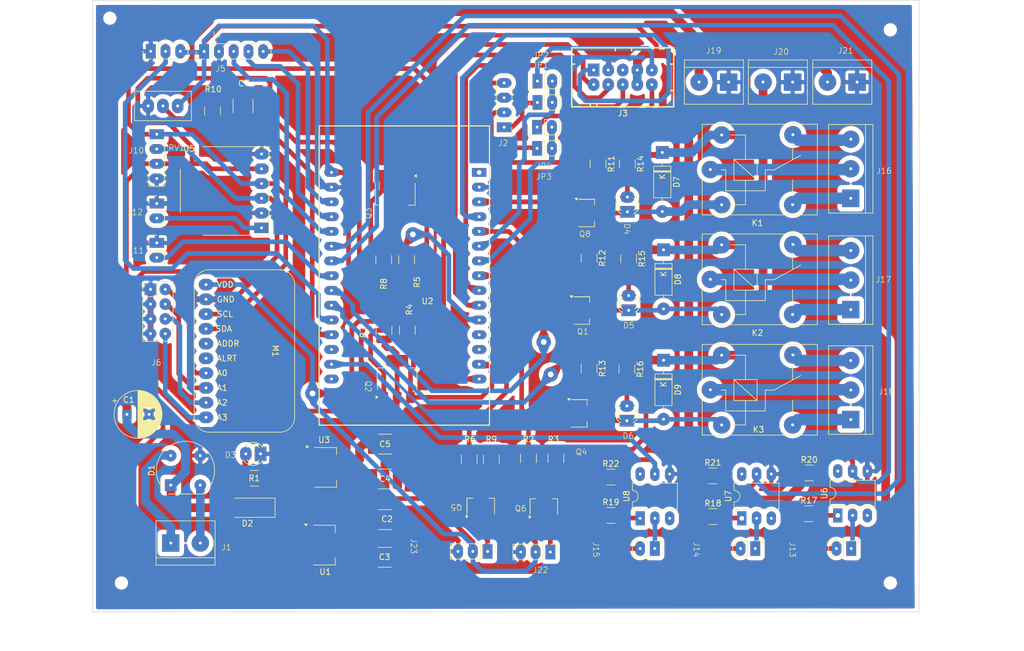
<source format=kicad_pcb>
(kicad_pcb (version 20240108) (generator "pcbnew") (generator_version "8.0")
  (title_block (title "Placa Base ESP32") (date "2024-10-27") (rev "1") (company "Seminario 1, UADE") (comment 1 "Joaquin Bergmann, 1137806") (comment 2 "Lucas Vidmar, 1103052"))
  (layers (0 "F.Cu" signal) (31 "B.Cu" signal) (34 "B.Paste" user) (35 "F.Paste" user) (36 "B.SilkS" user "B.Silkscreen") (37 "F.SilkS" user "F.Silkscreen") (38 "B.Mask" user) (39 "F.Mask" user) (44 "Edge.Cuts" user))
  (net 0 "")
  (net 1 "GND")
  (net 2 "+12V")
  (net 3 "+5V")
  (net 4 "Net-(D2-K)")
  (net 5 "ADC1")
  (net 6 "Net-(J12-Pin_2)")
  (net 7 "Net-(D1-1)")
  (net 8 "Net-(D1-2)")
  (net 9 "Net-(D3-A)")
  (net 10 "Net-(D4-A)")
  (net 11 "Net-(D4-K)")
  (net 12 "Net-(D5-K)")
  (net 13 "Net-(D5-A)")
  (net 14 "Net-(D6-A)")
  (net 15 "Net-(D6-K)")
  (net 16 "Net-(J2-Pin_2)")
  (net 17 "Net-(J2-Pin_1)")
  (net 18 "+3V3")
  (net 19 "RESET")
  (net 20 "SPI_CS")
  (net 21 "SPI_MISO")
  (net 22 "SPI_MOSI")
  (net 23 "SPI_SCK")
  (net 24 "DC{slash}RS")
  (net 26 "DT_Encoder")
  (net 27 "CLK_Encoder")
  (net 28 "SW_Encoder")
  (net 29 "ADC2")
  (net 30 "SCL_5V")
  (net 31 "SDA_5V")
  (net 32 "DAC1")
  (net 33 "Net-(J13-Pin_2)")
  (net 34 "Net-(J13-Pin_1)")
  (net 35 "Net-(J14-Pin_1)")
  (net 36 "Net-(J14-Pin_2)")
  (net 37 "Net-(J15-Pin_1)")
  (net 38 "Net-(J15-Pin_2)")
  (net 39 "Net-(J16-Pin_1)")
  (net 40 "Net-(J16-Pin_2)")
  (net 41 "Net-(J16-Pin_3)")
  (net 42 "Net-(J17-Pin_1)")
  (net 43 "Net-(J17-Pin_2)")
  (net 44 "Net-(J17-Pin_3)")
  (net 45 "Net-(J18-Pin_1)")
  (net 46 "Net-(J18-Pin_2)")
  (net 47 "Net-(J18-Pin_3)")
  (net 48 "U2_RXD")
  (net 49 "U2_TXD")
  (net 50 "Net-(Q1-B)")
  (net 51 "SCL_3V3")
  (net 52 "SDA_3V3")
  (net 53 "Net-(Q4-B)")
  (net 54 "Net-(Q5-B)")
  (net 55 "Net-(Q6-B)")
  (net 56 "PWM1")
  (net 57 "PWM2")
  (net 58 "Net-(R10-Pad1)")
  (net 59 "DO1")
  (net 60 "DO2")
  (net 61 "DO3")
  (net 62 "Net-(R17-Pad2)")
  (net 63 "Net-(R18-Pad2)")
  (net 64 "Net-(R19-Pad2)")
  (net 65 "DI1")
  (net 66 "DI2")
  (net 67 "DI3")
  (net 79 "Net-(Q8-B)")
  (net 80 "Net-(J22-Pin_1)")
  (net 81 "Net-(J23-Pin_1)")
  (net 84 "A2_ext")
  (net 85 "A0_ext")
  (net 86 "A1_ext")
  (net 87 "A3_ext")
  (footprint "Package_TO_SOT_SMD:SOT-223-3_TabPin2" (layer "F.Cu") (at 125.574 130.066)
    (property "Reference" "U1")
    (property "Value" "AMS1117-3.3")
  )
  (footprint "easyeda2kicad:led3mm" (layer "F.Cu") (at 177.644 108.661 90)
    (property "Reference" "D6")
    (property "Value" "LED")
  )
  (footprint "easyeda2kicad:PinHeader_1.2_large" (layer "F.Cu") (at 182.45 130.66 -90)
    (property "Reference" "J15")
    (property "Value" "DI3")
  )
  (footprint "Resistor_SMD:R_1210_3225Metric_Pad1.30x2.65mm_HandSolder" (layer "F.Cu") (at 177.716 64.459 -90)
    (property "Reference" "R14")
    (property "Value" "1kR")
  )
  (footprint "Resistor_SMD:R_1210_3225Metric_Pad1.30x2.65mm_HandSolder" (layer "F.Cu") (at 139.88 93.100001 90)
    (property "Reference" "R4")
    (property "Value" "10kR")
  )
  (footprint "Resistor_SMD:R_1210_3225Metric_Pad1.30x2.65mm_HandSolder" (layer "F.Cu") (at 208.99 117.66)
    (property "Reference" "R20")
    (property "Value" "10kR")
  )
  (footprint "easyeda2kicad:PinHeader_1.2_large" (layer "F.Cu") (at 199.715 130.66 -90)
    (property "Reference" "J14")
    (property "Value" "DI2")
  )
  (footprint "easyeda2kicad:SOT-89_Custom" (layer "F.Cu") (at 163.3675 123.26 90)
    (property "Reference" "Q6")
    (property "Value" "BCX54-16_ECB")
  )
  (footprint "Diode_SMD:D_SMA_Handsoldering" (layer "F.Cu") (at 112.639 123.636 180)
    (property "Reference" "D2")
    (property "Value" "SS14")
  )
  (footprint "Capacitor_SMD:C_1812_4532Metric_Pad1.57x3.40mm_HandSolder" (layer "F.Cu") (at 136.039 118.686)
    (property "Reference" "C4")
    (property "Value" "100nf")
  )
  (footprint "Resistor_SMD:R_1210_3225Metric_Pad1.30x2.65mm_HandSolder" (layer "F.Cu") (at 192.44 118.16)
    (property "Reference" "R21")
    (property "Value" "10kR")
  )
  (footprint "easyeda2kicad:TerminalBlock_bornier-2_P5.08mm" (layer "F.Cu") (at 195.144 50.386 180)
    (property "Reference" "J19")
    (property "Value" "12v")
  )
  (footprint "Diode_THT:Diode_Bridge_Round_D9.8mm" (layer "F.Cu") (at 99.194 119.746 90)
    (property "Reference" "D1")
    (property "Value" "W10G")
  )
  (footprint "easyeda2kicad:SOT-223_Custom" (layer "F.Cu") (at 138.13 101.330001 90)
    (property "Reference" "Q2")
    (property "Value" "IRLL014TRPBF-BE3")
  )
  (footprint "Package_TO_SOT_SMD:SOT-223-3_TabPin2" (layer "F.Cu") (at 125.789 116.686)
    (property "Reference" "U3")
    (property "Value" "AMS1117-5.0")
  )
  (footprint "Capacitor_SMD:C_1812_4532Metric_Pad1.57x3.40mm_HandSolder" (layer "F.Cu") (at 111.63 54.51 90)
    (property "Reference" "C7")
    (property "Value" "100nf")
  )
  (footprint "easyeda2kicad:PinHeader_1.3_large" (layer "F.Cu") (at 164.48 131.26 -90)
    (property "Reference" "J22")
    (property "Value" "PWM1")
  )
  (footprint "easyeda2kicad:TerminalBlock_bornier-2_P5.08mm" (layer "F.Cu") (at 99.204 129.711)
    (property "Reference" "J1")
    (property "Value" "12V DC/AC")
  )
  (footprint "easyeda2kicad:PinHeader_1.2_large" (layer "F.Cu") (at 96.8015 71.281)
    (property "Reference" "J12")
    (property "Value" "DAC2")
  )
  (footprint "easyeda2kicad:led3mm" (layer "F.Cu") (at 114.649 114.366 180)
    (property "Reference" "D3")
    (property "Value" "LED")
  )
  (footprint "Package_DIP:DIP-6_W7.62mm_LongPads" (layer "F.Cu") (at 213.915 124.96 90)
    (property "Reference" "U6")
    (property "Value" "4N25")
  )
  (footprint "easyeda2kicad:CONN-TH_10P-P2.54_B10B-XADSS-N-LF-SN" (layer "F.Cu") (at 176.93 49.56 180)
    (property "Reference" "J3")
    (property "Value" "Conn_01x10_Pin")
  )
  (footprint "easyeda2kicad:TerminalBlock_bornier-3_P5.08mm" (layer "F.Cu") (at 216.144 108.466 90)
    (property "Reference" "J18")
    (property "Value" "DO3")
  )
  (footprint "Diode_THT:D_DO-41_SOD81_P10.16mm_Horizontal" (layer "F.Cu") (at 183.944 79.256 -90)
    (property "Reference" "D8")
    (property "Value" "1N4004")
  )
  (footprint "easyeda2kicad:PinHeader_1.2_large" (layer "F.Cu") (at 162.254 53.886 90)
    (property "Reference" "JP1")
    (property "Value" "Jumper_2_Bridged")
  )
  (footprint "easyeda2kicad:TerminalBlock_bornier-3_P5.08mm" (layer "F.Cu") (at 216.144 70.386 90)
    (property "Reference" "J16")
    (property "Value" "DO1")
  )
  (footprint "easyeda2kicad:PoteBourns" (layer "F.Cu") (at 100.394 54.486)
    (property "Reference" "RV1")
    (property "Value" "10K_POT")
  )
  (footprint "Package_DIP:DIP-6_W7.62mm_LongPads" (layer "F.Cu") (at 197.4 125.46 90)
    (property "Reference" "U7")
    (property "Value" "4N25")
  )
  (footprint "easyeda2kicad:led3mm" (layer "F.Cu") (at 177.944 89.661 90)
    (property "Reference" "D5")
    (property "Value" "LED")
  )
  (footprint "Capacitor_SMD:C_1812_4532Metric_Pad1.57x3.40mm_HandSolder" (layer "F.Cu") (at 135.974 132.166)
    (property "Reference" "C3")
    (property "Value" "10uf")
  )
  (footprint "Resistor_SMD:R_1210_3225Metric_Pad1.30x2.65mm_HandSolder" (layer "F.Cu") (at 208.94 124.66)
    (property "Reference" "R17")
    (property "Value" "470R")
  )
  (footprint "Resistor_SMD:R_1210_3225Metric_Pad1.30x2.65mm_HandSolder" (layer "F.Cu") (at 154.325 115.26 -90)
    (property "Reference" "R9")
    (property "Value" "4k7R")
  )
  (footprint "easyeda2kicad:PinHeader_2x04_custom" (layer "F.Cu") (at 95.719 86.056)
    (property "Reference" "J6")
    (property "Value" "ADC_header")
  )
  (footprint "MountingHole:MountingHole_2.1mm" (layer "F.Cu") (at 222.9465 41.386)
    (property "Reference" "H4" (hide yes))
    (property "Value" "~")
  )
  (footprint "Resistor_SMD:R_1210_3225Metric_Pad1.30x2.65mm_HandSolder" (layer "F.Cu") (at 165.425 115.16 -90)
    (property "Reference" "R3")
    (property "Value" "4k7R")
  )
  (footprint "Resistor_SMD:R_1210_3225Metric_Pad1.30x2.65mm_HandSolder" (layer "F.Cu") (at 174.89 124.96)
    (property "Reference" "R19")
    (property "Value" "470R")
  )
  (footprint "easyeda2kicad:SOT-89_Custom" (layer "F.Cu") (at 170.93 72.91)
    (property "Reference" "Q8")
    (property "Value" "BCX54-16_ECB")
  )
  (footprint "easyeda2kicad:PinHeader_1.2_large" (layer "F.Cu") (at 216.215 130.66 -90)
    (property "Reference" "J13")
    (property "Value" "DI1")
  )
  (footprint "Resistor_SMD:R_1210_3225Metric_Pad1.30x2.65mm_HandSolder" (layer "F.Cu") (at 171.144 99.686 -90)
    (property "Reference" "R13")
    (property "Value" "1kR")
  )
  (footprint "easyeda2kicad:PinHeader_1.3_large" (layer "F.Cu") (at 95.764 45.086 90)
    (property "Reference" "J5")
    (property "Value" "ADC2")
  )
  (footprint "Diode_THT:D_DO-41_SOD81_P10.16mm_Horizontal" (layer "F.Cu") (at 183.944 98.256 -90)
    (property "Reference" "D9")
    (property "Value" "1N4004")
  )
  (footprint "easyeda2kicad:SOT-89_Custom" (layer "F.Cu") (at 170.08 89.6975)
    (property "Reference" "Q1")
    (property "Value" "BCX54-16_ECB")
  )
  (footprint "easyeda2kicad:TerminalBlock_bornier-3_P5.08mm" (layer "F.Cu") (at 216.144 89.546 90)
    (property "Reference" "J17")
    (property "Value" "DO2")
  )
  (footprint "easyeda2kicad:Adafruit_ADS1115" (layer "F.Cu") (at 103.233 82.691 -90)
    (property "Reference" "M1")
    (property "Value" "Adafruit_ADS1115")
  )
  (footprint "Resistor_SMD:R_1210_3225Metric_Pad1.30x2.65mm_HandSolder" (layer "F.Cu") (at 174.89 118.36)
    (property "Reference" "R22")
    (property "Value" "10kR")
  )
  (footprint "Capacitor_SMD:C_1812_4532Metric_Pad1.57x3.40mm_HandSolder" (layer "F.Cu") (at 136.039 112.686)
    (property "Reference" "C5")
    (property "Value" "10uf")
  )
  (footprint "ZC576300:MODULE_ZC576300" (layer "F.Cu") (at 108.464 69.116 90)
    (property "Reference" "U5")
    (property "Value" "ZC576300")
  )
  (footprint "Capacitor_SMD:C_1812_4532Metric_Pad1.57x3.40mm_HandSolder" (layer "F.Cu") (at 136.039 125.686)
    (property "Reference" "C2")
    (property "Value" "100nf")
  )
  (footprint "Resistor_SMD:R_1210_3225Metric_Pad1.30x2.65mm_HandSolder" (layer "F.Cu") (at 113.574 118.566 180)
    (property "Reference" "R1")
    (property "Value" "330R")
  )
  (footprint "easyeda2kicad:SOT-89_Custom" (layer "F.Cu") (at 169.644 107.386)
    (property "Reference" "Q4")
    (property "Value" "BCX54-16_ECB")
  )
  (footprint "Package_DIP:DIP-6_W7.62mm_LongPads" (layer "F.Cu") (at 179.915 125.46 90)
    (property "Reference" "U8")
    (property "Value" "4N25")
  )
  (footprint "Relay_THT:Relay_SPDT_SANYOU_SRD_Series_Form_C" (layer "F.Cu") (at 191.994 103.336)
    (property "Reference" "K3")
    (property "Value" "Rele 5v")
  )
  (footprint "easyeda2kicad:SOT-223_Custom" (layer "F.Cu") (at 137.8165 69.796 -90)
    (property "Reference" "Q3")
    (property "Value" "IRLL014TRPBF-BE3")
  )
  (footprint "Resistor_SMD:R_1210_3225Metric_Pad1.30x2.65mm_HandSolder" (layer "F.Cu") (at 177.644 99.786 -90)
    (property "Reference" "R16")
    (property "Value" "1kR")
  )
  (footprint "easyeda2kicad:TerminalBlock_bornier-2_P5.08mm" (layer "F.Cu") (at 206.144 50.386 180)
    (property "Reference" "J20")
    (property "Value" "12v")
  )
  (footprint "Resistor_SMD:R_1210_3225Metric_Pad1.30x2.65mm_HandSolder" (layer "F.Cu") (at 106.384 55.346 -90)
    (property "Reference" "R10")
    (property "Value" "1kR")
  )
  (footprint "Resistor_SMD:R_1210_3225Metric_Pad1.30x2.65mm_HandSolder" (layer "F.Cu") (at 172.68 64.459 -90)
    (property "Reference" "R11")
    (property "Value" "1kR")
  )
  (footprint "MountingHole:MountingHole_2.1mm" (layer "F.Cu") (at 90.7215 136.586)
    (property "Reference" "H1" (hide yes))
    (property "Value" "~")
  )
  (footprint "Resistor_SMD:R_1210_3225Metric_Pad1.30x2.65mm_HandSolder" (layer "F.Cu") (at 135.82 80.96 -90)
    (property "Reference" "R8")
    (property "Value" "10kR")
  )
  (footprint "easyeda2kicad:TerminalBlock_bornier-2_P5.08mm" (layer "F.Cu") (at 217.224 50.386 180)
    (property "Reference" "J21")
    (property "Value" "12v")
  )
  (footprint "easyeda2kicad:SOT-89_Custom" (layer "F.Cu") (at 152.5175 123.16 90)
    (property "Reference" "Q5")
    (property "Value" "BCX54-16_ECB")
  )
  (footprint "Resistor_SMD:R_1210_3225Metric_Pad1.30x2.65mm_HandSolder" (layer "F.Cu") (at 160.725 115.16 -90)
    (property "Reference" "R2")
    (property "Value" "4k7R")
  )
  (footprint "Resistor_SMD:R_1210_3225Metric_Pad1.30x2.65mm_HandSolder" (layer "F.Cu") (at 150.525 115.26 -90)
    (property "Reference" "R6")
    (property "Value" "4k7R")
  )
  (footprint "easyeda2kicad:PinHeader_1.4_large" (layer "F.Cu") (at 96.794 59.356)
    (property "Reference" "J10")
    (property "Value" "LCD16x2")
  )
  (footprint "Diode_THT:D_DO-41_SOD81_P10.16mm_Horizontal" (layer "F.Cu") (at 183.73 62.505 -90)
    (property "Reference" "D7")
    (property "Value" "1N4004")
  )
  (footprint "Resistor_SMD:R_1210_3225Metric_Pad1.30x2.65mm_HandSolder" (layer "F.Cu") (at 135.87 93.110001 90)
    (property "Reference" "R7")
    (property "Value" "10kR")
  )
  (footprint "easyeda2kicad:PinHeader_1.2_large" (layer "F.Cu") (at 162.204 61.786 90)
    (property "Reference" "JP3")
    (property "Value" "Jumper_2_Bridged")
  )
  (footprint "Capacitor_THT:CP_Radial_D8.0mm_P3.80mm" (layer "F.Cu") (at 91.671349 107.566)
    (property "Reference" "C1")
    (property "Value" "680uF")
  )
  (footprint "easyeda2kicad:PinHeader_1.5large" (layer "F.Cu") (at 104.94 45.11 90)
    (property "Reference" "J4")
    (property "Value" "Encoder")
  )
  (footprint "easyeda2kicad:PinHeader_1.2_large" (layer "F.Cu") (at 96.8015 78.056)
    (property "Reference" "J11")
    (property "Value" "DAC1")
  )
  (footprint "Relay_THT:Relay_SPDT_SANYOU_SRD_Series_Form_C" (layer "F.Cu") (at 191.994 65.436)
    (property "Reference" "K1")
    (property "Value" "Rele 5v")
  )
  (footprint "MountingHole:MountingHole_2.1mm" (layer "F.Cu") (at 88.7215 39.386)
    (property "Reference" "H2" (hide yes))
    (property "Value" "~")
  )
  (footprint "easyeda2kicad:PinHeader_1.2_large" (layer "F.Cu") (at 162.204 58.136 90)
    (property "Reference" "JP4")
    (property "Value" "Jumper_2_Bridged")
  )
  (footprint "esp32:ESP_Test" (layer "F.Cu") (at 139.544 83.326 -90)
    (property "Reference" "U2")
    (property "Value" "ESP32-DEVKIT-V1")
  )
  (footprint "easyeda2kicad:led3mm" (layer "F.Cu") (at 177.73 72.71 90)
    (property "Reference" "D4")
    (property "Value" "LED")
  )
  (footprint "Resistor_SMD:R_1210_3225Metric_Pad1.30x2.65mm_HandSolder" (layer "F.Cu") (at 177.944 80.786 -90)
    (property "Reference" "R15")
    (property "Value" "1kR")
  )
  (footprint "MountingHole:MountingHole_2.1mm" (layer "F.Cu") (at 222.9465 136.586)
    (property "Reference" "H3" (hide yes))
    (property "Value" "~")
  )
  (footprint "Resistor_SMD:R_1210_3225Metric_Pad1.30x2.65mm_HandSolder" (layer "F.Cu") (at 171.144 80.686 -90)
    (property "Reference" "R12")
    (property "Value" "1kR")
  )
  (footprint "easyeda2kicad:PinHeader_1.4_large" (layer "F.Cu") (at 156.53 58.151 180)
    (property "Reference" "J2")
    (property "Value" "UART2")
  )
  (footprint "Resistor_SMD:R_1210_3225Metric_Pad1.30x2.65mm_HandSolder" (layer "F.Cu") (at 139.76 80.96 -90)
    (property "Reference" "R5")
    (property "Value" "10kR")
  )
  (footprint "Relay_THT:Relay_SPDT_SANYOU_SRD_Series_Form_C" (layer "F.Cu") (at 191.994 84.336)
    (property "Reference" "K2")
    (property "Value" "Rele 5v")
  )
  (footprint "easyeda2kicad:PinHeader_1.2_large" (layer "F.Cu") (at 162.254 50.211 90)
    (property "Reference" "JP2")
    (property "Value" "Jumper_2_Bridged")
  )
  (footprint "easyeda2kicad:PinHeader_1.3_large" (layer "F.Cu") (at 153.690707 131.160707 -90)
    (property "Reference" "J23")
    (property "Value" "PWM2")
  )
  (footprint "Resistor_SMD:R_1210_3225Metric_Pad1.30x2.65mm_HandSolder" (layer "F.Cu") (at 192.44 125.16)
    (property "Reference" "R18")
    (property "Value" "470R")
  )
  (gr_rect (start 85.734 36.336) (end 227.894 141.576) (stroke (width 0.1)) (fill none) (layer "Edge.Cuts"))
  (segment (start 174.58 48.16) (end 174.43 48.31) (width 0.8) (layer "F.Cu") (net 1))
  (segment (start 107.48 45.11) (end 107.48 43.57) (width 0.8) (layer "F.Cu") (net 1))
  (segment (start 103.569 87.771) (end 105.265 87.771) (width 1) (layer "F.Cu") (net 1))
  (segment (start 152.244 68.466) (end 154.786 68.466) (width 0.5) (layer "F.Cu") (net 1))
  (segment (start 95.719 95.681) (end 95.744 95.706) (width 1) (layer "F.Cu") (net 1))
  (segment (start 122.424 127.766) (end 123.874 127.766) (width 1) (layer "F.Cu") (net 1))
  (segment (start 174.58 46.81) (end 174.58 48.16) (width 0.8) (layer "F.Cu") (net 1))
  (segment (start 154.691 53.071) (end 154.68 53.06) (width 0.5) (layer "F.Cu") (net 1))
  (segment (start 105.265 87.771) (end 106.969 87.771) (width 1) (layer "F.Cu") (net 1))
  (segment (start 107.48 43.57) (end 107.654 43.396) (width 0.8) (layer "F.Cu") (net 1))
  (segment (start 156.53 53.071) (end 158.369 53.071) (width 0.5) (layer "F.Cu") (net 1))
  (segment (start 218.995 115.395) (end 219.03 115.36) (width 0.8) (layer "F.Cu") (net 1))
  (segment (start 218.995 119.525) (end 219.03 119.56) (width 0.8) (layer "F.Cu") (net 1))
  (segment (start 206.144 50.386) (end 206.144 50.136) (width 1.5) (layer "F.Cu") (net 1))
  (segment (start 156.53 53.071) (end 154.691 53.071) (width 0.5) (layer "F.Cu") (net 1))
  (segment (start 94.984 78.056) (end 94.98 78.06) (width 0.8) (layer "F.Cu") (net 1))
  (segment (start 106.969 87.771) (end 107.554 87.186) (width 1) (layer "F.Cu") (net 1))
  (segment (start 95.719 93.676) (end 95.719 95.681) (width 1) (layer "F.Cu") (net 1))
  (segment (start 96.8015 78.056) (end 94.984 78.056) (width 0.8) (layer "F.Cu") (net 1))
  (segment (start 96.8015 71.281) (end 98.969 71.281) (width 0.8) (layer "F.Cu") (net 1))
  (segment (start 95.719 86.056) (end 95.719 93.676) (width 1) (layer "F.Cu") (net 1))
  (segment (start 154.786 68.466) (end 154.83 68.51) (width 0.5) (layer "F.Cu") (net 1))
  (segment (start 218.995 117.34) (end 218.995 119.525) (width 0.8) (layer "F.Cu") (net 1))
  (segment (start 103.569 87.771) (end 103.354 87.556) (width 1) (layer "F.Cu") (net 1))
  (segment (start 218.995 117.34) (end 218.995 115.395) (width 0.8) (layer "F.Cu") (net 1))
  (segment (start 124.38 66.86) (end 124.38 45.11) (width 0.8) (layer "B.Cu") (net 1))
  (segment (start 168.93 46.11) (end 167.63 47.41) (width 0.8) (layer "B.Cu") (net 1))
  (segment (start 124.38 45.11) (end 122.13 42.86) (width 0.8) (layer "B.Cu") (net 1))
  (segment (start 193.08 55.41) (end 195.144 53.346) (width 0.8) (layer "B.Cu") (net 1))
  (segment (start 126.844 68.466) (end 125.986 68.466) (width 0.8) (layer "B.Cu") (net 1))
  (segment (start 167.63 47.41) (end 167.63 53.91) (width 0.8) (layer "B.Cu") (net 1))
  (segment (start 173.83 46.11) (end 168.93 46.11) (width 0.8) (layer "B.Cu") (net 1))
  (segment (start 125.986 68.466) (end 124.38 66.86) (width 0.8) (layer "B.Cu") (net 1))
  (segment (start 122.13 42.86) (end 108.98 42.86) (width 0.8) (layer "B.Cu") (net 1))
  (segment (start 154.024 68.466) (end 152.244 68.466) (width 0.8) (layer "B.Cu") (net 1))
  (segment (start 167.63 53.91) (end 169.13 55.41) (width 0.8) (layer "B.Cu") (net 1))
  (segment (start 174.444 46.724) (end 173.83 46.11) (width 0.8) (layer "B.Cu") (net 1))
  (segment (start 174.444 47.924) (end 174.444 46.724) (width 0.8) (layer "B.Cu") (net 1))
  (segment (start 108.98 42.86) (end 107.516 44.324) (width 0.8) (layer "B.Cu") (net 1))
  (segment (start 195.144 53.346) (end 195.144 50.386) (width 0.8) (layer "B.Cu") (net 1))
  (segment (start 96.8015 66.9835) (end 96.794 66.976) (width 0.8) (layer "B.Cu") (net 1))
  (segment (start 169.13 55.41) (end 193.08 55.41) (width 0.8) (layer "B.Cu") (net 1))
  (segment (start 190.064 43.244) (end 185.086 38.266) (width 1.5) (layer "F.Cu") (net 2))
  (segment (start 89.124 103.416) (end 91.671349 105.963349) (width 1.5) (layer "F.Cu") (net 2))
  (segment (start 91.671349 105.963349) (end 91.671349 107.566) (width 1.5) (layer "F.Cu") (net 2))
  (segment (start 190.064 50.386) (end 190.064 43.244) (width 1.5) (layer "F.Cu") (net 2))
  (segment (start 185.086 38.266) (end 97.884 38.266) (width 1.5) (layer "F.Cu") (net 2))
  (segment (start 89.124 47.026) (end 89.124 103.416) (width 1.5) (layer "F.Cu") (net 2))
  (segment (start 101.039 123.636) (end 99.244 121.841) (width 1.5) (layer "F.Cu") (net 2))
  (segment (start 99.244 121.841) (end 99.244 119.711) (width 1.5) (layer "F.Cu") (net 2))
  (segment (start 97.884 38.266) (end 89.124 47.026) (width 1.5) (layer "F.Cu") (net 2))
  (segment (start 110.139 123.636) (end 101.039 123.636) (width 1.5) (layer "F.Cu") (net 2))
  (segment (start 101.739 113.166) (end 101.739 113.131) (width 1.5) (layer "B.Cu") (net 2))
  (segment (start 99.244 119.711) (end 99.429 119.711) (width 1.5) (layer "B.Cu") (net 2))
  (segment (start 93.374 110.966) (end 91.671349 109.263349) (width 1.5) (layer "B.Cu") (net 2))
  (segment (start 101.739 113.131) (end 99.574 110.966) (width 1.5) (layer "B.Cu") (net 2))
  (segment (start 101.739 117.401) (end 101.739 117.366) (width 1.5) (layer "B.Cu") (net 2))
  (segment (start 99.574 110.966) (end 93.374 110.966) (width 1.5) (layer "B.Cu") (net 2))
  (segment (start 99.429 119.711) (end 101.739 117.401) (width 1.5) (layer "B.Cu") (net 2))
  (segment (start 101.739 117.366) (end 101.739 113.166) (width 1.5) (layer "B.Cu") (net 2))
  (segment (start 91.671349 109.263349) (end 91.671349 107.566) (width 1.5) (layer "B.Cu") (net 2))
  (segment (start 177.944 79.236) (end 183.924 79.236) (width 1.5) (layer "F.Cu") (net 3))
  (segment (start 99.884 139.066) (end 213.084 139.066) (width 1.5) (layer "F.Cu") (net 3))
  (segment (start 183.924 98.236) (end 183.944 98.256) (width 0.8) (layer "F.Cu") (net 3))
  (segment (start 183.924 79.236) (end 183.944 79.256) (width 0.8) (layer "F.Cu") (net 3))
  (segment (start 91.574 101.846) (end 92.784 103.056) (width 0.8) (layer "F.Cu") (net 3))
  (segment (start 177.644 98.236) (end 180.93 98.236) (width 1.5) (layer "F.Cu") (net 3))
  (segment (start 131.479999 91.560001) (end 135.87 91.560001) (width 0.8) (layer "F.Cu") (net 3))
  (segment (start 177.645 62.81) (end 177.744 62.909) (width 1) (layer "F.Cu") (net 3))
  (segment (start 96.704 135.886) (end 99.884 139.066) (width 1.5) (layer "F.Cu") (net 3))
  (segment (start 157.38 125.01) (end 161.94 129.57) (width 0.8) (layer "F.Cu") (net 3))
  (segment (start 122.639 116.686) (end 118.954 116.686) (width 1.5) (layer "F.Cu") (net 3))
  (segment (start 131.674 115.301) (end 130.289 116.686) (width 1.5) (layer "F.Cu") (net 3))
  (segment (start 120.818 60.71) (end 116.274 56.166) (width 0.8) (layer "F.Cu") (net 3))
  (segment (start 94.614 64.436) (end 91.574 67.476) (width 0.8) (layer "F.Cu") (net 3))
  (segment (start 116.274 50.454) (end 115.53 49.71) (width 0.8) (layer "F.Cu") (net 3))
  (segment (start 93.53 51.424214) (end 93.53 55.81) (width 0.8) (layer "F.Cu") (net 3))
  (segment (start 98.754 57.396) (end 102.874 61.516) (width 0.8) (layer "F.Cu") (net 3))
  (segment (start 128.939 116.686) (end 122.639 116.686) (width 1.5) (layer "F.Cu") (net 3))
  (segment (start 135.154 112.686) (end 133.9015 112.686) (width 1.5) (layer "F.Cu") (net 3))
  (segment (start 178.63 113.61) (end 180.93 111.31) (width 0.8) (layer "F.Cu") (net 3))
  (segment (start 117.074 118.566) (end 115.124 118.566) (width 1.5) (layer "F.Cu") (net 3))
  (segment (start 133.9015 125.686) (end 135.539 125.686) (width 1.5) (layer "F.Cu") (net 3))
  (segment (start 96.794 64.436) (end 94.614 64.436) (width 0.8) (layer "F.Cu") (net 3))
  (segment (start 131.63 80.71) (end 131.63 65.11) (width 0.8) (layer "F.Cu") (net 3))
  (segment (start 122.389 132.366) (end 120.874 132.366) (width 1.5) (layer "F.Cu") (net 3))
  (segment (start 201.064 59.386) (end 200.964 59.486) (width 1.5) (layer "F.Cu") (net 3))
  (segment (start 131.674 113.301) (end 131.674 115.301) (width 1.5) (layer "F.Cu") (net 3))
  (segment (start 156.68 113.71) (end 157.38 114.41) (width 0.8) (layer "F.Cu") (net 3))
  (segment (start 201.064 93.486) (end 201.064 95.566) (width 1.5) (layer "F.Cu") (net 3))
  (segment (start 213.084 139.066) (end 222.144 130.006) (width 1.5) (layer "F.Cu") (net 3))
  (segment (start 97.874 110.066) (end 92.339 115.601) (width 0.8) (layer "F.Cu") (net 3))
  (segment (start 136.039 122.06) (end 136.039 113.571) (width 1.5) (layer "F.Cu") (net 3))
  (segment (start 123.674 103.966) (end 129.474 103.966) (width 0.8) (layer "F.Cu") (net 3))
  (segment (start 193.944 78.386) (end 201.064 78.386) (width 1.5) (layer "F.Cu") (net 3))
  (segment (start 115.53 49.71) (end 95.244214 49.71) (width 0.8) (layer "F.Cu") (net 3))
  (segment (start 129.474 103.966) (end 130.33 103.11) (width 0.8) (layer "F.Cu") (net 3))
  (segment (start 177.744 62.909) (end 183.116 62.909) (width 1) (layer "F.Cu") (net 3))
  (segment (start 95.116 57.396) (end 98.754 57.396) (width 0.8) (layer "F.Cu") (net 3))
  (segment (start 102.874 61.516) (end 102.874 64.436) (width 0.8) (layer "F.Cu") (net 3))
  (segment (start 157.38 114.41) (end 157.38 125.01) (width 0.8) (layer "F.Cu") (net 3))
  (segment (start 105.274 64.436) (end 106.144 65.306) (width 0.8) (layer "F.Cu") (net 3))
  (segment (start 154.325 113.71) (end 156.68 113.71) (width 0.8) (layer "F.Cu") (net 3))
  (segment (start 180.93 98.236) (end 183.924 98.236) (width 1.5) (layer "F.Cu") (net 3))
  (segment (start 96.794 64.436) (end 105.274 64.436) (width 0.8) (layer "F.Cu") (net 3))
  (segment (start 133.9015 112.686) (end 132.289 112.686) (width 1.5) (layer "F.Cu") (net 3))
  (segment (start 180.93 111.31) (end 180.93 98.236) (width 0.8) (layer "F.Cu") (net 3))
  (segment (start 135.82 82.51) (end 133.43 82.51) (width 0.8) (layer "F.Cu") (net 3))
  (segment (start 94.174 103.056) (end 97.874 106.756) (width 0.8) (layer "F.Cu") (net 3))
  (segment (start 136.039 113.571) (end 135.154 112.686) (width 1.5) (layer "F.Cu") (net 3))
  (segment (start 118.954 116.686) (end 117.074 118.566) (width 1.5) (layer "F.Cu") (net 3))
  (segment (start 92.339 131.521) (end 92.339 116.566) (width 1) (layer "F.Cu") (net 3))
  (segment (start 132.289 112.686) (end 131.674 113.301) (width 1.5) (layer "F.Cu") (net 3))
  (segment (start 120.874 132.366) (end 119.874 131.366) (width 1.5) (layer "F.Cu") (net 3))
  (segment (start 183.116 62.909) (end 183.215 62.81) (width 1) (layer "F.Cu") (net 3))
  (segment (start 121.539 123.936) (end 130.539 123.936) (width 1.5) (layer "F.Cu") (net 3))
  (segment (start 96.704 135.886) (end 92.339 131.521) (width 1) (layer "F.Cu") (net 3))
  (segment (start 91.574 67.476) (end 91.574 101.846) (width 0.8) (layer "F.Cu") (net 3))
  (segment (start 222.144 95.186) (end 220.444 93.486) (width 1.5) (layer "F.Cu") (net 3))
  (segment (start 122.389 138.881) (end 122.389 132.366) (width 1.5) (layer "F.Cu") (net 3))
  (segment (start 183.589 62.436) (end 183.609 62.456) (width 0.8) (layer "F.Cu") (net 3))
  (segment (start 131.63 65.11) (end 127.23 60.71) (width 0.8) (layer "F.Cu") (net 3))
  (segment (start 130.289 116.686) (end 128.939 116.686) (width 1.5) (layer "F.Cu") (net 3))
  (segment (start 92.784 103.056) (end 94.174 103.056) (width 0.8) (layer "F.Cu") (net 3))
  (segment (start 143.73 122.06) (end 136.039 122.06) (width 0.8) (layer "F.Cu") (net 3))
  (segment (start 151.150707 129.480707) (end 143.73 122.06) (width 0.8) (layer "F.Cu") (net 3))
  (segment (start 201.064 50.386) (end 201.064 59.386) (width 1.5) (layer "F.Cu") (net 3))
  (segment (start 201.064 78.386) (end 201.064 93.486) (width 1.5) (layer "F.Cu") (net 3))
  (segment (start 93.53 55.81) (end 95.116 57.396) (width 0.8) (layer "F.Cu") (net 3))
  (segment (start 130.33 92.71) (end 131.479999 91.560001) (width 0.8) (layer "F.Cu") (net 3))
  (segment (start 127.23 60.71) (end 120.818 60.71) (width 0.8) (layer "F.Cu") (net 3))
  (segment (start 136.039 125.186) (end 136.039 122.06) (width 1.5) (layer "F.Cu") (net 3))
  (segment (start 97.874 106.756) (end 97.874 110.066) (width 0.8) (layer "F.Cu") (net 3))
  (segment (start 133.43 82.51) (end 131.63 80.71) (width 0.8) (layer "F.Cu") (net 3))
  (segment (start 119.874 125.601) (end 121.539 123.936) (width 1.5) (layer "F.Cu") (net 3))
  (segment (start 132.289 125.686) (end 133.9015 125.686) (width 1.5) (layer "F.Cu") (net 3))
  (segment (start 161.94 129.57) (end 161.94 131.26) (width 0.8) (layer "F.Cu") (net 3))
  (segment (start 199.244 97.386) (end 193.944 97.386) (width 1.5) (layer "F.Cu") (net 3))
  (segment (start 201.064 95.566) (end 199.244 97.386) (width 1.5) (layer "F.Cu") (net 3))
  (segment (start 130.33 103.11) (end 130.33 92.71) (width 0.8) (layer "F.Cu") (net 3))
  (segment (start 201.064 59.386) (end 201.064 78.386) (width 1.5) (layer "F.Cu") (net 3))
  (segment (start 222.144 130.006) (end 222.144 95.186) (width 1.5) (layer "F.Cu") (net 3))
  (segment (start 95.244214 49.71) (end 93.53 51.424214) (width 0.8) (layer "F.Cu") (net 3))
  (segment (start 165.425 113.61) (end 178.63 113.61) (width 0.8) (layer "F.Cu") (net 3))
  (segment (start 200.964 59.486) (end 193.944 59.486) (width 1.5) (layer "F.Cu") (net 3))
  (segment (start 130.539 123.936) (end 132.289 125.686) (width 1.5) (layer "F.Cu") (net 3))
  (segment (start 116.274 56.166) (end 116.274 50.454) (width 0.8) (layer "F.Cu") (net 3))
  (segment (start 92.339 115.601) (end 92.339 116.566) (width 0.8) (layer "F.Cu") (net 3))
  (segment (start 135.539 125.686) (end 136.039 125.186) (width 1.5) (layer "F.Cu") (net 3))
  (segment (start 220.444 93.486) (end 201.064 93.486) (width 1.5) (layer "F.Cu") (net 3))
  (segment (start 151.150707 131.160707) (end 151.150707 129.480707) (width 0.8) (layer "F.Cu") (net 3))
  (segment (start 106.144 65.306) (end 114.814 65.306) (width 0.8) (layer "F.Cu") (net 3))
  (segment (start 119.874 131.366) (end 119.874 125.601) (width 1.5) (layer "F.Cu") (net 3))
  (via (at 123.574 103.966) (size 2.5) (drill 1) (layers "F.Cu" "B.Cu") (net 3))
  (segment (start 151.150707 130.142707) (end 151.150707 131.160707) (width 0.8) (layer "B.Cu") (net 3))
  (segment (start 161.94 131.26) (end 161.94 132.9) (width 0.8) (layer "B.Cu") (net 3))
  (segment (start 193.944 78.386) (end 193.074 79.256) (width 1.5) (layer "B.Cu") (net 3))
  (segment (start 123.574 97.466) (end 123.574 103.966) (width 0.8) (layer "B.Cu") (net 3))
  (segment (start 193.074 98.256) (end 183.944 98.256) (width 1.5) (layer "B.Cu") (net 3))
  (segment (start 123.574 105.566) (end 146.174 128.166) (width 0.8) (layer "B.Cu") (net 3))
  (segment (start 149.174 128.166) (end 151.150707 130.142707) (width 0.8) (layer "B.Cu") (net 3))
  (segment (start 193.944 59.486) (end 191.854 59.486) (width 1.5) (layer "B.Cu") (net 3))
  (segment (start 151.150707 132.939293) (end 151.150707 131.160707) (width 0.8) (layer "B.Cu") (net 3))
  (segment (start 146.174 128.166) (end 149.174 128.166) (width 0.8) (layer "B.Cu") (net 3))
  (segment (start 111.339 85.231) (end 123.574 97.466) (width 0.8) (layer "B.Cu") (net 3))
  (segment (start 183.735 62.51) (end 183.73 62.505) (width 1.5) (layer "B.Cu") (net 3))
  (segment (start 105.265 85.231) (end 111.339 85.231) (width 0.8) (layer "B.Cu") (net 3))
  (segment (start 193.074 79.256) (end 183.944 79.256) (width 1.5) (layer "B.Cu") (net 3))
  (segment (start 193.074 98.256) (end 193.944 97.386) (width 0.8) (layer "B.Cu") (net 3))
  (segment (start 188.83 62.51) (end 183.735 62.51) (width 1.5) (layer "B.Cu") (net 3))
  (segment (start 160.33 134.51) (end 152.721414 134.51) (width 0.8) (layer "B.Cu") (net 3))
  (segment (start 123.574 103.966) (end 123.574 105.566) (width 0.8) (layer "B.Cu") (net 3))
  (segment (start 161.94 132.9) (end 160.33 134.51) (width 0.8) (layer "B.Cu") (net 3))
  (segment (start 152.721414 134.51) (end 151.150707 132.939293) (width 0.8) (layer "B.Cu") (net 3))
  (segment (start 191.854 59.486) (end 188.83 62.51) (width 1.5) (layer "B.Cu") (net 3))
  (segment (start 115.139 123.636) (end 116.239 123.636) (width 1.5) (layer "F.Cu") (net 4))
  (segment (start 125.644 119.936) (end 124.644 118.936) (width 0.8) (layer "F.Cu") (net 4))
  (segment (start 133.9015 118.686) (end 131.789 118.686) (width 0.8) (layer "F.Cu") (net 4))
  (segment (start 131.789 118.686) (end 130.539 119.936) (width 0.8) (layer "F.Cu") (net 4))
  (segment (start 120.889 118.986) (end 122.639 118.986) (width 1.5) (layer "F.Cu") (net 4))
  (segment (start 122.689 118.936) (end 122.639 118.986) (width 0.8) (layer "F.Cu") (net 4))
  (segment (start 116.239 123.636) (end 120.889 118.986) (width 1.5) (layer "F.Cu") (net 4))
  (segment (start 124.644 118.936) (end 122.689 118.936) (width 0.8) (layer "F.Cu") (net 4))
  (segment (start 130.539 119.936) (end 125.644 119.936) (width 0.8) (layer "F.Cu") (net 4))
  (segment (start 125.086 93.866) (end 126.844 93.866) (width 0.8) (layer "F.Cu") (net 5))
  (segment (start 108.9455 56.6475) (end 111.63 56.6475) (width 0.8) (layer "F.Cu") (net 5))
  (segment (start 111.63 56.6475) (end 114.0055 56.6475) (width 0.8) (layer "F.Cu") (net 5))
  (segment (start 123.53 66.172) (end 123.53 92.31) (width 0.8) (layer "F.Cu") (net 5))
  (segment (start 110.4215 56.5035) (end 110.564 56.646) (width 0.8) (layer "F.Cu") (net 5))
  (segment (start 106.384 56.896) (end 108.697 56.896) (width 0.8) (layer "F.Cu") (net 5))
  (segment (start 114.0055 56.6475) (end 123.53 66.172) (width 0.8) (layer "F.Cu") (net 5))
  (segment (start 108.697 56.896) (end 108.9455 56.6475) (width 0.8) (layer "F.Cu") (net 5))
  (segment (start 123.53 92.31) (end 125.086 93.866) (width 0.8) (layer "F.Cu") (net 5))
  (segment (start 110.229 73.821) (end 111.874 75.466) (width 0.8) (layer "B.Cu") (net 6))
  (segment (start 96.8015 73.821) (end 110.229 73.821) (width 0.8) (layer "B.Cu") (net 6))
  (segment (start 111.874 75.466) (end 114.814 75.466) (width 0.8) (layer "B.Cu") (net 6))
  (segment (start 104.284 119.751) (end 104.324 119.711) (width 1.5) (layer "B.Cu") (net 7))
  (segment (start 104.284 129.711) (end 104.284 119.751) (width 1.5) (layer "B.Cu") (net 7))
  (segment (start 99.204 126.934) (end 94.83 122.56) (width 1.5) (layer "B.Cu") (net 8))
  (segment (start 97.359 114.631) (end 99.244 114.631) (width 1.5) (layer "B.Cu") (net 8))
  (segment (start 94.83 117.16) (end 97.359 114.631) (width 1.5) (layer "B.Cu") (net 8))
  (segment (start 99.204 129.711) (end 99.204 126.934) (width 1.5) (layer "B.Cu") (net 8))
  (segment (start 94.83 122.56) (end 94.83 117.16) (width 1.5) (layer "B.Cu") (net 8))
  (segment (start 112.024 114.451) (end 112.109 114.366) (width 1) (layer "F.Cu") (net 9))
  (segment (start 112.024 118.566) (end 112.024 114.451) (width 1) (layer "F.Cu") (net 9))
  (segment (start 177.73 70.17) (end 177.73 66.023) (width 0.8) (layer "F.Cu") (net 10))
  (segment (start 168.3675 72.91) (end 177.53 72.91) (width 0.8) (layer "F.Cu") (net 11))
  (segment (start 177.53 72.91) (end 177.73 72.71) (width 0.8) (layer "F.Cu") (net 11))
  (segment (start 193.944 71.486) (end 188.154 71.486) (width 1.5) (layer "B.Cu") (net 11))
  (segment (start 177.73 72.71) (end 183.685 72.71) (width 0.8) (layer "B.Cu") (net 11))
  (segment (start 186.975 72.665) (end 183.73 72.665) (width 1.5) (layer "B.Cu") (net 11))
  (segment (start 188.154 71.486) (end 186.975 72.665) (width 1.5) (layer "B.Cu") (net 11))
  (segment (start 183.699 89.661) (end 183.944 89.416) (width 0.8) (layer "F.Cu") (net 12))
  (segment (start 167.554 89.661) (end 177.944 89.661) (width 0.8) (layer "F.Cu") (net 12))
  (segment (start 167.5175 89.6975) (end 167.554 89.661) (width 0.8) (layer "F.Cu") (net 12))
  (segment (start 192.974 89.416) (end 183.944 89.416) (width 0.8) (layer "B.Cu") (net 12))
  (segment (start 193.944 90.386) (end 192.974 89.416) (width 0.8) (layer "B.Cu") (net 12))
  (segment (start 177.944 89.661) (end 183.699 89.661) (width 0.8) (layer "B.Cu") (net 12))
  (segment (start 177.944 87.121) (end 177.944 82.336) (width 0.8) (layer "F.Cu") (net 13))
  (segment (start 177.644 106.121) (end 177.644 101.336) (width 0.8) (layer "F.Cu") (net 14))
  (segment (start 167.0815 107.386) (end 174.506 107.386) (width 0.8) (layer "F.Cu") (net 15))
  (segment (start 174.506 107.386) (end 175.781 108.661) (width 0.8) (layer "F.Cu") (net 15))
  (segment (start 175.781 108.661) (end 177.644 108.661) (width 0.8) (layer "F.Cu") (net 15))
  (segment (start 193.944 109.386) (end 192.974 108.416) (width 0.8) (layer "B.Cu") (net 15))
  (segment (start 177.644 108.661) (end 183.699 108.661) (width 0.8) (layer "B.Cu") (net 15))
  (segment (start 192.974 108.416) (end 183.944 108.416) (width 0.8) (layer "B.Cu") (net 15))
  (segment (start 183.699 108.661) (end 183.944 108.416) (width 0.8) (layer "B.Cu") (net 15))
  (segment (start 154.929 55.611) (end 156.53 55.611) (width 0.8) (layer "F.Cu") (net 16))
  (segment (start 154.33 56.21) (end 154.929 55.611) (width 0.8) (layer "F.Cu") (net 16))
  (segment (start 154.33 60.11) (end 154.33 56.21) (width 0.8) (layer "F.Cu") (net 16))
  (segment (start 155.906 61.686) (end 154.33 60.11) (width 0.8) (layer "F.Cu") (net 16))
  (segment (start 162.204 61.686) (end 155.906 61.686) (width 0.8) (layer "F.Cu") (net 16))
  (segment (start 156.944 58.151) (end 157.889 58.151) (width 0.8) (layer "F.Cu") (net 17))
  (segment (start 159.63 56.41) (end 159.63 54.66) (width 0.8) (layer "F.Cu") (net 17))
  (segment (start 157.889 58.151) (end 159.63 56.41) (width 0.8) (layer "F.Cu") (net 17))
  (segment (start 159.63 54.66) (end 160.304 53.986) (width 0.8) (layer "F.Cu") (net 17))
  (segment (start 160.304 53.986) (end 162.154 53.986) (width 0.8) (layer "F.Cu") (net 17))
  (segment (start 162.154 53.986) (end 162.254 53.886) (width 0.8) (layer "F.Cu") (net 17))
  (segment (start 198.13 53.9) (end 196.774 55.256) (width 1.5) (layer "F.Cu") (net 18))
  (segment (start 166.03 64.21) (end 155.83 64.21) (width 0.8) (layer "F.Cu") (net 18))
  (segment (start 135.83 104.630001) (end 135.83 100.277171) (width 0.8) (layer "F.Cu") (net 18))
  (segment (start 131.569 136.566) (end 128.689 133.686) (width 1.5) (layer "F.Cu") (net 18))
  (segment (start 143.23 73.372) (end 140.03 70.172) (width 0.8) (layer "F.Cu") (net 18))
  (segment (start 129.78 81.76) (end 135.53 87.51) (width 0.8) (layer "F.Cu") (net 18))
  (segment (start 129.78 66.96) (end 129.78 81.76) (width 0.8) (layer "F.Cu") (net 18))
  (segment (start 188.168 58.46) (end 170.58 58.46) (width 0.8) (layer "F.Cu") (net 18))
  (segment (start 190.89 118.16) (end 190.89 121.882) (width 0.8) (layer "F.Cu") (net 18))
  (segment (start 206.131 112.966) (end 191.186 112.966) (width 1.5) (layer "F.Cu") (net 18))
  (segment (start 126.844 65.926) (end 128.746 65.926) (width 0.8) (layer "F.Cu") (net 18))
  (segment (start 135.53 87.51) (end 139.78 87.51) (width 0.8) (layer "F.Cu") (net 18))
  (segment (start 139.88 91.550001) (end 139.88 87.41) (width 0.8) (layer "F.Cu") (net 18))
  (segment (start 139.88 87.41) (end 139.88 82.63) (width 0.8) (layer "F.Cu") (net 18))
  (segment (start 128.689 133.686) (end 128.689 129.466) (width 1.5) (layer "F.Cu") (net 18))
  (segment (start 139.78 87.51) (end 139.88 87.41) (width 0.8) (layer "F.Cu") (net 18))
  (segment (start 140.03 66.5825) (end 140.1165 66.496) (width 0.8) (layer "F.Cu") (net 18))
  (segment (start 184.53 45.51) (end 180.63 45.51) (width 1.5) (layer "F.Cu") (net 18))
  (segment (start 133.57 98.017171) (end 133.57 94.01) (width 0.8) (layer "F.Cu") (net 18))
  (segment (start 133.8365 132.166) (end 133.8365 136.4735) (width 1.5) (layer "F.Cu") (net 18))
  (segment (start 168.03 61.01) (end 168.03 62.21) (width 0.8) (layer "F.Cu") (net 18))
  (segment (start 133.57 94.01) (end 134.47 93.11) (width 0.8) (layer "F.Cu") (net 18))
  (segment (start 122.424 130.066) (end 127.559 130.066) (width 1.5) (layer "F.Cu") (net 18))
  (segment (start 188.274 55.812) (end 188.83 55.256) (width 1.5) (layer "F.Cu") (net 18))
  (segment (start 133.874 136.566) (end 131.569 136.566) (width 1.5) (layer "F.Cu") (net 18))
  (segment (start 200.13 46.46) (end 198.13 48.46) (width 1.5) (layer "F.Cu") (net 18))
  (segment (start 204.963 121.966) (end 173.348 121.966) (width 0.8) (layer "F.Cu") (net 18))
  (segment (start 207.44 119.841) (end 205.139 122.142) (width 1.5) (layer "F.Cu") (net 18))
  (segment (start 107.684 40.766) (end 104.976 43.474) (width 0.8) (layer "F.Cu") (net 18))
  (segment (start 140.38 82.46) (end 141.583999 82.46) (width 0.8) (layer "F.Cu") (net 18))
  (segment (start 198.13 48.46) (end 198.13 53.9) (width 1.5) (layer "F.Cu") (net 18))
  (segment (start 205.139 133.836) (end 202.409 136.566) (width 1.5) (layer "F.Cu") (net 18))
  (segment (start 173.34 121.958) (end 173.34 118.36) (width 0.8) (layer "F.Cu") (net 18))
  (segment (start 209.83 46.46) (end 200.13 46.46) (width 1.5) (layer "F.Cu") (net 18))
  (segment (start 128.746 65.926) (end 129.78 66.96) (width 0.8) (layer "F.Cu") (net 18))
  (segment (start 168.03 62.21) (end 166.03 64.21) (width 0.8) (layer "F.Cu") (net 18))
  (segment (start 127.559 130.066) (end 128.689 128.936) (width 1.5) (layer "F.Cu") (net 18))
  (segment (start 179.486 40.766) (end 107.684 40.766) (width 0.8) (layer "F.Cu") (net 18))
  (segment (start 143.23 80.813998) (end 143.23 73.372) (width 0.8) (layer "F.Cu") (net 18))
  (segment (start 135.83 100.277171) (end 133.57 98.017171) (width 0.8) (layer "F.Cu") (net 18))
  (segment (start 134.47 93.11) (end 139.52 93.11) (width 0.8) (layer "F.Cu") (net 18))
  (segment (start 202.409 136.566) (end 133.874 136.566) (width 1.5) (layer "F.Cu") (net 18))
  (segment (start 155.83 64.21) (end 152.73 61.11) (width 0.8) (layer "F.Cu") (net 18))
  (segment (start 187.389 55.256) (end 186.03 53.897) (width 1.5) (layer "F.Cu") (net 18))
  (segment (start 188.83 55.256) (end 187.389 55.256) (width 1.5) (layer "F.Cu") (net 18))
  (segment (start 212.144 48.774) (end 209.83 46.46) (width 1.5) (layer "F.Cu") (net 18))
  (segment (start 152.73 52.31) (end 154.509 50.531) (width 0.8) (layer "F.Cu") (net 18))
  (segment (start 139.52 93.11) (end 139.88 92.75) (width 0.8) (layer "F.Cu") (net 18))
  (segment (start 186.03 47.01) (end 184.53 45.51) (width 1.5) (layer "F.Cu") (net 18))
  (segment (start 133.8365 136.4735) (end 133.9015 136.5385) (width 1.5) (layer "F.Cu") (net 18))
  (segment (start 212.144 50.386) (end 212.144 48.774) (width 1.5) (layer "F.Cu") (net 18))
  (segment (start 190.89 121.882) (end 190.974 121.966) (width 0.8) (layer "F.Cu") (net 18))
  (segment (start 139.88 92.75) (end 139.88 91.550001) (width 0.8) (layer "F.Cu") (net 18))
  (segment (start 104.976 43.474) (end 104.976 44.464) (width 0.8) (layer "F.Cu") (net 18))
  (segment (start 140.03 70.172) (end 140.03 66.5825) (width 0.8) (layer "F.Cu") (net 18))
  (segment (start 207.44 114.275) (end 206.131 112.966) (width 1.5) (layer "F.Cu") (net 18))
  (segment (start 205.139 122.142) (end 205.139 133.836) (width 1.5) (layer "F.Cu") (net 18))
  (segment (start 154.509 50.531) (end 156.944 50.531) (width 0.8) (layer "F.Cu") (net 18))
  (segment (start 173.348 121.966) (end 173.34 121.958) (width 0.8) (layer "F.Cu") (net 18))
  (segment (start 152.73 61.11) (end 152.73 52.31) (width 0.8) (layer "F.Cu") (net 18))
  (segment (start 186.03 53.897) (end 186.03 47.01) (width 1.5) (layer "F.Cu") (net 18))
  (segment (start 180.63 45.51) (end 179.444 46.696) (width 1.5) (layer "F.Cu") (net 18))
  (segment (start 196.774 55.256) (end 188.83 55.256) (width 1.5) (layer "F.Cu") (net 18))
  (segment (start 188.274 110.054) (end 188.274 55.812) (width 1.5) (layer "F.Cu") (net 18))
  (segment (start 182.73 44.01) (end 179.486 40.766) (width 0.8) (layer "F.Cu") (net 18))
  (segment (start 182.73 45.51) (end 182.73 44.01) (width 0.8) (layer "F.Cu") (net 18))
  (segment (start 207.44 117.66) (end 207.44 114.275) (width 1.5) (layer "F.Cu") (net 18))
  (segment (start 191.186 112.966) (end 188.274 110.054) (width 1.5) (layer "F.Cu") (net 18))
  (segment (start 133.9015 136.5385) (end 133.874 136.566) (width 1.5) (layer "F.Cu") (net 18))
  (segment (start 141.786999 82.256999) (end 143.23 80.813998) (width 0.8) (layer "F.Cu") (net 18))
  (segment (start 179.444 46.696) (end 179.444 48.286) (width 1.5) (layer "F.Cu") (net 18))
  (segment (start 139.88 82.63) (end 139.76 82.51) (width 0.8) (layer "F.Cu") (net 18))
  (segment (start 170.58 58.46) (end 168.03 61.01) (width 0.8) (layer "F.Cu") (net 18))
  (segment (start 207.44 117.66) (end 207.44 119.841) (width 1.5) (layer "F.Cu") (net 18))
  (segment (start 101.018 45.26) (end 104.976 45.26) (width 0.8) (layer "B.Cu") (net 18))
  (segment (start 104.924 47.926) (end 104.94 47.91) (width 0.8) (layer "B.Cu") (net 18))
  (segment (start 104.94 43.25) (end 107.48 40.71) (width 0.8) (layer "B.Cu") (net 18))
  (segment (start 126.144 65.226) (end 126.844 65.926) (width 0.8) (layer "B.Cu") (net 18))
  (segment (start 123.73 40.71) (end 126.144 43.124) (width 0.8) (layer "B.Cu") (net 18))
  (segment (start 100.394 54.486) (end 104.924 49.956) (width 0.8) (layer "B.Cu") (net 18))
  (segment (start 107.48 40.71) (end 123.73 40.71) (width 0.8) (layer "B.Cu") (net 18))
  (segment (start 104.94 45.11) (end 104.94 43.25) (width 0.8) (layer "B.Cu") (net 18))
  (segment (start 100.844 45.086) (end 101.018 45.26) (width 0.8) (layer "B.Cu") (net 18))
  (segment (start 179.43 48.31) (end 179.43 50.81) (width 1.5) (layer "B.Cu") (net 18))
  (segment (start 126.144 43.124) (end 126.144 65.226) (width 0.8) (layer "B.Cu") (net 18))
  (segment (start 104.924 49.956) (end 104.924 47.926) (width 0.8) (layer "B.Cu") (net 18))
  (segment (start 104.94 47.91) (end 104.94 45.11) (width 0.8) (layer "B.Cu") (net 18))
  (segment (start 181.18 44.56) (end 164.68 44.56) (width 0.8) (layer "B.Cu") (net 19))
  (segment (start 164.68 44.56) (end 162.254 46.986) (width 0.8) (layer "B.Cu") (net 19))
  (segment (start 181.93 48.31) (end 181.93 45.31) (width 0.8) (layer "B.Cu") (net 19))
  (segment (start 162.254 46.986) (end 162.254 50.211) (width 0.8) (layer "B.Cu") (net 19))
  (segment (start 181.93 45.31) (end 181.18 44.56) (width 0.8) (layer "B.Cu") (net 19))
  (segment (start 169.53 52.61) (end 169.53 49.21) (width 0.8) (layer "B.Cu") (net 20))
  (segment (start 169.53 49.21) (end 170.43 48.31) (width 0.8) (layer "B.Cu") (net 20))
  (segment (start 182.33 42.31) (end 184.83 44.81) (width 0.8) (layer "B.Cu") (net 20))
  (segment (start 150.004 73.546) (end 149.344 72.886) (width 0.8) (layer "B.Cu") (net 20))
  (segment (start 149.344 49.686) (end 156.72 42.31) (width 0.8) (layer "B.Cu") (net 20))
  (segment (start 184.83 44.81) (end 184.83 52.21) (width 0.8) (layer "B.Cu") (net 20))
  (segment (start 170.53 53.61) (end 169.53 52.61) (width 0.8) (layer "B.Cu") (net 20))
  (segment (start 170.43 48.31) (end 171.93 48.31) (width 0.8) (layer "B.Cu") (net 20))
  (segment (start 156.72 42.31) (end 182.33 42.31) (width 0.8) (layer "B.Cu") (net 20))
  (segment (start 149.344 72.886) (end 149.344 49.686) (width 0.8) (layer "B.Cu") (net 20))
  (segment (start 183.43 53.61) (end 170.53 53.61) (width 0.8) (layer "B.Cu") (net 20))
  (segment (start 152.244 73.546) (end 150.004 73.546) (width 0.8) (layer "B.Cu") (net 20))
  (segment (start 184.83 52.21) (end 183.43 53.61) (width 0.8) (layer "B.Cu") (net 20))
  (segment (start 148.13 48.01) (end 148.13 86.61) (width 0.8) (layer "F.Cu") (net 21))
  (segment (start 168.63 51.11) (end 168.63 48.11) (width 0.8) (layer "F.Cu") (net 21))
  (segment (start 168.63 48.11) (end 166.23 45.71) (width 0.8) (layer "F.Cu") (net 21))
  (segment (start 148.13 86.61) (end 150.306 88.786) (width 0.8) (layer "F.Cu") (net 21))
  (segment (start 150.43 45.71) (end 148.13 48.01) (width 0.8) (layer "F.Cu") (net 21))
  (segment (start 166.23 45.71) (end 150.43 45.71) (width 0.8) (layer "F.Cu") (net 21))
  (segment (start 170.606 53.086) (end 168.63 51.11) (width 0.8) (layer "F.Cu") (net 21))
  (segment (start 150.306 88.786) (end 152.244 88.786) (width 0.8) (layer "F.Cu") (net 21))
  (segment (start 151.824 88.986) (end 151.894 88.916) (width 0.8) (layer "F.Cu") (net 21))
  (segment (start 174.444 51.586) (end 172.944 53.086) (width 0.8) (layer "F.Cu") (net 21))
  (segment (start 172.944 53.086) (end 170.606 53.086) (width 0.8) (layer "F.Cu") (net 21))
  (segment (start 149.306 101.486) (end 152.244 101.486) (width 0.8) (layer "F.Cu") (net 22))
  (segment (start 149.53 43.91) (end 146.13 47.31) (width 0.8) (layer "F.Cu") (net 22))
  (segment (start 171.93 50.81) (end 171.33 50.81) (width 0.8) (layer "F.Cu") (net 22))
  (segment (start 171.33 50.81) (end 170.13 49.61) (width 0.8) (layer "F.Cu") (net 22))
  (segment (start 167.43 43.91) (end 149.53 43.91) (width 0.8) (layer "F.Cu") (net 22))
  (segment (start 170.13 46.61) (end 167.43 43.91) (width 0.8) (layer "F.Cu") (net 22))
  (segment (start 146.13 47.31) (end 146.13 98.31) (width 0.8) (layer "F.Cu") (net 22))
  (segment (start 170.13 49.61) (end 170.13 46.61) (width 0.8) (layer "F.Cu") (net 22))
  (segment (start 146.13 98.31) (end 149.306 101.486) (width 0.8) (layer "F.Cu") (net 22))
  (segment (start 166.83 52.272) (end 166.83 48.81) (width 0.8) (layer "F.Cu") (net 23))
  (segment (start 176.944 51.586) (end 176.944 53.396) (width 0.8) (layer "F.Cu") (net 23))
  (segment (start 151.18 86.246) (end 152.244 86.246) (width 0.8) (layer "F.Cu") (net 23))
  (segment (start 150.244 85.31) (end 150.787 85.853) (width 0.8) (layer "F.Cu") (net 23))
  (segment (start 169.168 54.61) (end 166.83 52.272) (width 0.8) (layer "F.Cu") (net 23))
  (segment (start 149.93 49.61) (end 149.93 84.996) (width 0.8) (layer "F.Cu") (net 23))
  (segment (start 152.03 47.51) (end 149.93 49.61) (width 0.8) (layer "F.Cu") (net 23))
  (segment (start 165.53 47.51) (end 152.03 47.51) (width 0.8) (layer "F.Cu") (net 23))
  (segment (start 149.93 84.996) (end 150.244 85.31) (width 0.8) (layer "F.Cu") (net 23))
  (segment (start 166.83 48.81) (end 165.53 47.51) (width 0.8) (layer "F.Cu") (net 23))
  (segment (start 175.73 54.61) (end 169.168 54.61) (width 0.8) (layer "F.Cu") (net 23))
  (segment (start 176.944 53.396) (end 175.73 54.61) (width 0.8) (layer "F.Cu") (net 23))
  (segment (start 150.244 85.31) (end 151.18 86.246) (width 0.8) (layer "F.Cu") (net 23))
  (segment (start 181.944 54.286) (end 180.02 56.21) (width 0.8) (layer "F.Cu") (net 24))
  (segment (start 180.02 56.21) (end 164.13 56.21) (width 0.8) (layer "F.Cu") (net 24))
  (segment (start 181.944 51.586) (end 181.944 54.286) (width 0.8) (layer "F.Cu") (net 24))
  (segment (start 164.13 56.21) (end 162.204 58.136) (width 0.8) (layer "F.Cu") (net 24))
  (segment (start 126.844 71.006) (end 125.326 71.006) (width 0.8) (layer "B.Cu") (net 26))
  (segment (start 122.78 68.46) (end 122.78 48.36) (width 0.8) (layer "B.Cu") (net 26))
  (segment (start 122.78 48.36) (end 119.53 45.11) (width 0.8) (layer "B.Cu") (net 26))
  (segment (start 125.326 71.006) (end 122.78 68.46) (width 0.8) (layer "B.Cu") (net 26))
  (segment (start 119.53 45.11) (end 115.1 45.11) (width 0.8) (layer "B.Cu") (net 26))
  (segment (start 112.56 46.59) (end 112.56 45.11) (width 0.8) (layer "B.Cu") (net 27))
  (segment (start 113.63 47.66) (end 112.56 46.59) (width 0.8) (layer "B.Cu") (net 27))
  (segment (start 121.08 69.36) (end 121.08 50.71) (width 0.8) (layer "B.Cu") (net 27))
  (segment (start 126.844 73.546) (end 125.266 73.546) (width 0.8) (layer "B.Cu") (net 27))
  (segment (start 121.08 50.71) (end 118.03 47.66) (width 0.8) (layer "B.Cu") (net 27))
  (segment (start 118.03 47.66) (end 113.63 47.66) (width 0.8) (layer "B.Cu") (net 27))
  (segment (start 125.266 73.546) (end 121.08 69.36) (width 0.8) (layer "B.Cu") (net 27))
  (segment (start 110.056 46.234) (end 110.02 46.198) (width 0.8) (layer "B.Cu") (net 28))
  (segment (start 110.056 47.186) (end 110.056 46.234) (width 0.8) (layer "B.Cu") (net 28))
  (segment (start 119.13 70.11) (end 119.13 52.31) (width 0.8) (layer "B.Cu") (net 28))
  (segment (start 125.106 76.086) (end 119.13 70.11) (width 0.8) (layer "B.Cu") (net 28))
  (segment (start 126.844 76.086) (end 125.106 76.086) (width 0.8) (layer "B.Cu") (net 28))
  (segment (start 112.78 49.91) (end 110.056 47.186) (width 0.8) (layer "B.Cu") (net 28))
  (segment (start 110.02 46.198) (end 110.02 45.11) (width 0.8) (layer "B.Cu") (net 28))
  (segment (start 119.13 52.31) (end 116.73 49.91) (width 0.8) (layer "B.Cu") (net 28))
  (segment (start 116.73 49.91) (end 112.78 49.91) (width 0.8) (layer "B.Cu") (net 28))
  (segment (start 91.354 81.046) (end 92.774 82.466) (width 0.8) (layer "B.Cu") (net 29))
  (segment (start 91.354 54.011) (end 91.354 81.046) (width 0.8) (layer "B.Cu") (net 29))
  (segment (start 124.574 90.566) (end 125.334 91.326) (width 0.8) (layer "B.Cu") (net 29))
  (segment (start 99.474 82.466) (end 102.074 79.866) (width 0.8) (layer "B.Cu") (net 29))
  (segment (start 98.304 45.086) (end 98.304 47.061) (width 0.8) (layer "B.Cu") (net 29))
  (segment (start 98.304 47.061) (end 91.354 54.011) (width 0.8) (layer "B.Cu") (net 29))
  (segment (start 92.774 82.466) (end 99.474 82.466) (width 0.8) (layer "B.Cu") (net 29))
  (segment (start 126.844 91.326) (end 126.844 91.086) (width 0.8) (layer "B.Cu") (net 29))
  (segment (start 125.334 91.326) (end 126.844 91.326) (width 0.8) (layer "B.Cu") (net 29))
  (segment (start 102.074 79.866) (end 117.474 79.866) (width 0.8) (layer "B.Cu") (net 29))
  (segment (start 124.574 86.966) (end 124.574 90.566) (width 0.8) (layer "B.Cu") (net 29))
  (segment (start 117.474 79.866) (end 124.574 86.966) (width 0.8) (layer "B.Cu") (net 29))
  (segment (start 94.614 82.966) (end 93.214 84.366) (width 0.8) (layer "F.Cu") (net 30))
  (segment (start 93.214 84.366) (end 93.214 99.426) (width 0.8) (layer "F.Cu") (net 30))
  (segment (start 107.419 90.311) (end 105.265 90.311) (width 0.8) (layer "F.Cu") (net 30))
  (segment (start 136.34 96.260001) (end 137.31 96.260001) (width 0.8) (layer "F.Cu") (net 30))
  (segment (start 107.474 90.366) (end 107.419 90.311) (width 0.8) (layer "F.Cu") (net 30))
  (segment (start 137.38 107.01) (end 138.13 106.26) (width 0.8) (layer "F.Cu") (net 30))
  (segment (start 93.214 99.426) (end 103.944 110.156) (width 0.8) (layer "F.Cu") (net 30))
  (segment (start 114.814 70.386) (end 116.334 70.386) (width 0.8) (layer "F.Cu") (net 30))
  (segment (start 138.13 104.630001) (end 138.13 98.330001) (width 0.8) (layer "F.Cu") (net 30))
  (segment (start 137.31 96.260001) (end 138.13 97.080001) (width 0.8) (layer "F.Cu") (net 30))
  (segment (start 103.944 110.156) (end 111.164 110.156) (width 0.8) (layer "F.Cu") (net 30))
  (segment (start 114.31 107.01) (end 137.38 107.01) (width 0.8) (layer "F.Cu") (net 30))
  (segment (start 138.13 106.26) (end 138.13 104.630001) (width 0.8) (layer "F.Cu") (net 30))
  (segment (start 111.164 110.156) (end 114.31 107.01) (width 0.8) (layer "F.Cu") (net 30))
  (segment (start 112.544 85.296) (end 110.214 82.966) (width 0.8) (layer "F.Cu") (net 30))
  (segment (start 136.34 96.260001) (end 135.87 95.790001) (width 0.8) (layer "F.Cu") (net 30))
  (segment (start 112.544 85.296) (end 107.474 90.366) (width 0.8) (layer "F.Cu") (net 30))
  (segment (start 105.265 90.311) (end 104.709 90.311) (width 0.8) (layer "F.Cu") (net 30))
  (segment (start 117.474 71.526) (end 117.474 80.366) (width 0.8) (layer "F.Cu") (net 30))
  (segment (start 117.474 80.366) (end 112.544 85.296) (width 0.8) (layer "F.Cu") (net 30))
  (segment (start 135.87 95.790001) (end 135.87 94.660001) (width 0.8) (layer "F.Cu") (net 30))
  (segment (start 138.13 97.080001) (end 138.13 98.330001) (width 0.8) (layer "F.Cu") (net 30))
  (segment (start 116.334 70.386) (end 117.474 71.526) (width 0.8) (layer "F.Cu") (net 30))
  (segment (start 110.214 82.966) (end 94.614 82.966) (width 0.8) (layer "F.Cu") (net 30))
  (segment (start 110.404 70.386) (end 114.814 70.386) (width 0.8) (layer "B.Cu") (net 30))
  (segment (start 96.794 61.896) (end 101.914 61.896) (width 0.8) (layer "B.Cu") (net 30))
  (segment (start 101.914 61.896) (end 110.404 70.386) (width 0.8) (layer "B.Cu") (net 30))
  (segment (start 91.93 50.46) (end 91.93 57.51) (width 0.8) (layer "F.Cu") (net 31))
  (segment (start 143.33 59.51) (end 143.33 50.31) (width 0.8) (layer "F.Cu") (net 31))
  (segment (start 116.954 67.846) (end 118.974 69.866) (width 0.8) (layer "F.Cu") (net 31))
  (segment (start 135.82 78.03) (end 137.73 76.12) (width 0.8) (layer "F.Cu") (net 31))
  (segment (start 107.859 92.851) (end 105.265 92.851) (width 0.8) (layer "F.Cu") (net 31))
  (segment (start 137.73 76.12) (end 137.73 65.11) (width 0.8) (layer "F.Cu") (net 31))
  (segment (start 93.776 59.356) (end 96.794 59.356) (width 0.8) (layer "F.Cu") (net 31))
  (segment (start 143.33 50.31) (end 141.08 48.06) (width 0.8) (layer "F.Cu") (net 31))
  (segment (start 94.33 48.06) (end 91.93 50.46) (width 0.8) (layer "F.Cu") (net 31))
  (segment (start 141.08 48.06) (end 94.33 48.06) (width 0.8) (layer "F.Cu") (net 31))
  (segment (start 91.93 57.51) (end 93.776 59.356) (width 0.8) (layer "F.Cu") (net 31))
  (segment (start 118.974 81.736) (end 107.859 92.851) (width 0.8) (layer "F.Cu") (net 31))
  (segment (start 114.814 67.846) (end 116.954 67.846) (width 0.8) (layer "F.Cu") (net 31))
  (segment (start 135.82 79.41) (end 135.82 78.03) (width 0.8) (layer "F.Cu") (net 31))
  (segment (start 118.974 69.866) (end 118.974 81.736) (width 0.8) (layer "F.Cu") (net 31))
  (segment (start 137.73 65.11) (end 143.33 59.51) (width 0.8) (layer "F.Cu") (net 31))
  (segment (start 102.854 59.356) (end 111.344 67.846) (width 0.8) (layer "B.Cu") (net 31))
  (segment (start 96.794 59.356) (end 102.854 59.356) (width 0.8) (layer "B.Cu") (net 31))
  (segment (start 111.344 67.846) (end 114.814 67.846) (width 0.8) (layer "B.Cu") (net 31))
  (segment (start 96.8015 80.596) (end 98.544 80.596) (width 0.8) (layer "B.Cu") (net 32))
  (segment (start 98.544 80.596) (end 101.274 77.866) (width 0.8) (layer "B.Cu") (net 32))
  (segment (start 124.864 83.706) (end 126.844 83.706) (width 0.8) (layer "B.Cu") (net 32))
  (segment (start 119.024 77.866) (end 124.864 83.706) (width 0.8) (layer "B.Cu") (net 32))
  (segment (start 101.274 77.866) (end 119.024 77.866) (width 0.8) (layer "B.Cu") (net 32))
  (segment (start 209.175 130.66) (end 207.39 128.875) (width 0.8) (layer "F.Cu") (net 33))
  (segment (start 207.39 128.875) (end 207.39 124.66) (width 0.8) (layer "F.Cu") (net 33))
  (segment (start 213.675 130.66) (end 209.175 130.66) (width 0.8) (layer "F.Cu") (net 33))
  (segment (start 216.455 130.42) (end 216.215 130.66) (width 0.8) (layer "F.Cu") (net 34))
  (segment (start 216.455 124.96) (end 216.455 130.42) (width 0.8) (layer "B.Cu") (net 34))
  (segment (start 199.94 130.435) (end 199.715 130.66) (width 0.8) (layer "F.Cu") (net 35))
  (segment (start 199.94 125.46) (end 199.94 130.435) (width 0.8) (layer "B.Cu") (net 35))
  (segment (start 193.425 130.66) (end 190.89 128.125) (width 0.8) (layer "F.Cu") (net 36))
  (segment (start 190.89 128.125) (end 190.89 125.16) (width 0.8) (layer "F.Cu") (net 36))
  (segment (start 197.175 130.66) (end 193.425 130.66) (width 0.8) (layer "F.Cu") (net 36))
  (segment (start 182.455 130.42) (end 182.215 130.66) (width 0.8) (layer "F.Cu") (net 37))
  (segment (start 182.455 125.46) (end 182.455 130.42) (width 0.8) (layer "B.Cu") (net 37))
  (segment (start 173.34 124.96) (end 173.34 128.575) (width 0.8) (layer "F.Cu") (net 38))
  (segment (start 175.425 130.66) (end 179.91 130.66) (width 0.8) (layer "F.Cu") (net 38))
  (segment (start 173.34 128.575) (end 175.425 130.66) (width 0.8) (layer "F.Cu") (net 38))
  (segment (start 206.144 71.486) (end 207.244 70.386) (width 2) (layer "B.Cu") (net 39))
  (segment (start 207.244 70.386) (end 216.144 70.386) (width 2) (layer "B.Cu") (net 39))
  (segment (start 216.014 65.436) (end 216.144 65.306) (width 2) (layer "F.Cu") (net 40))
  (segment (start 191.994 65.436) (end 216.014 65.436) (width 2) (layer "B.Cu") (net 40))
  (segment (start 206.194 59.436) (end 207.144 60.386) (width 2) (layer "B.Cu") (net 41))
  (segment (start 215.984 60.386) (end 216.144 60.226) (width 2) (layer "B.Cu") (net 41))
  (segment (start 207.144 60.386) (end 215.984 60.386) (width 2) (layer "B.Cu") (net 41))
  (segment (start 206.144 90.386) (end 206.984 89.546) (width 2) (layer "B.Cu") (net 42))
  (segment (start 206.984 89.546) (end 216.144 89.546) (width 2) (layer "B.Cu") (net 42))
  (segment (start 216.014 84.336) (end 216.144 84.466) (width 2) (layer "F.Cu") (net 43))
  (segment (start 191.994 84.336) (end 216.014 84.336) (width 2) (layer "B.Cu") (net 43))
  (segment (start 207.244 79.386) (end 216.144 79.386) (width 2) (layer "B.Cu") (net 44))
  (segment (start 206.194 78.336) (end 207.244 79.386) (width 2) (layer "B.Cu") (net 44))
  (segment (start 207.064 108.466) (end 216.144 108.466) (width 2) (layer "B.Cu") (net 45))
  (segment (start 206.144 109.386) (end 207.064 108.466) (width 2) (layer "B.Cu") (net 45))
  (segment (start 216.094 103.336) (end 216.144 103.386) (width 2) (layer "F.Cu") (net 46))
  (segment (start 191.994 103.336) (end 216.094 103.336) (width 2) (layer "B.Cu") (net 46))
  (segment (start 206.194 97.336) (end 207.164 98.306) (width 2) (layer "B.Cu") (net 47))
  (segment (start 207.164 98.306) (end 216.144 98.306) (width 2) (layer "B.Cu") (net 47))
  (segment (start 160.03 63.71) (end 159.13 64.61) (width 0.8) (layer "B.Cu") (net 48))
  (segment (start 153.304 78.626) (end 152.244 78.626) (width 0.8) (layer "B.Cu") (net 48))
  (segment (start 164.794 55.446) (end 164.23 56.01) (width 0.8) (layer "B.Cu") (net 48))
  (segment (start 164.23 56.01) (end 160.83 56.01) (width 0.8) (layer "B.Cu") (net 48))
  (segment (start 159.13 64.61) (end 159.13 72.8) (width 0.8) (layer "B.Cu") (net 48))
  (segment (start 159.13 72.8) (end 153.304 78.626) (width 0.8) (layer "B.Cu") (net 48))
  (segment (start 160.83 56.01) (end 160.03 56.81) (width 0.8) (layer "B.Cu") (net 48))
  (segment (start 164.794 50.211) (end 164.794 55.446) (width 1) (layer "B.Cu") (net 48))
  (segment (start 160.03 56.81) (end 160.03 63.71) (width 0.8) (layer "B.Cu") (net 48))
  (segment (start 161.03 73.91) (end 161.03 65.56) (width 0.8) (layer "B.Cu") (net 49))
  (segment (start 164.18 64.36) (end 164.744 63.796) (width 0.8) (layer "B.Cu") (net 49))
  (segment (start 153.774 81.166) (end 161.03 73.91) (width 0.8) (layer "B.Cu") (net 49))
  (segment (start 162.23 64.36) (end 164.18 64.36) (width 0.8) (layer "B.Cu") (net 49))
  (segment (start 164.744 63.796) (end 164.744 58.136) (width 1) (layer "B.Cu") (net 49))
  (segment (start 161.03 65.56) (end 162.23 64.36) (width 0.8) (layer "B.Cu") (net 49))
  (segment (start 152.244 81.166) (end 153.774 81.166) (width 0.8) (layer "B.Cu") (net 49))
  (segment (start 167.43 83.86) (end 169.054 82.236) (width 0.8) (layer "F.Cu") (net 50))
  (segment (start 167.43 88.1975) (end 167.43 83.86) (width 0.8) (layer "F.Cu") (net 50))
  (segment (start 169.054 82.236) (end 171.144 82.236) (width 0.8) (layer "F.Cu") (net 50))
  (segment (start 140.93 96.960001) (end 140.93 99.417171) (width 0.8) (layer "F.Cu") (net 51))
  (segment (start 152.609999 104.630001) (end 154.43 102.81) (width 0.8) (layer "F.Cu") (net 51))
  (segment (start 154.43 99.71) (end 153.666 98.946) (width 0.8) (layer "F.Cu") (net 51))
  (segment (start 140.43 104.630001) (end 152.609999 104.630001) (width 0.8) (layer "F.Cu") (net 51))
  (segment (start 139.88 94.650001) (end 139.88 95.910001) (width 0.8) (layer "F.Cu") (net 51))
  (segment (start 140.93 99.417171) (end 140.43 99.917171) (width 0.8) (layer "F.Cu") (net 51))
  (segment (start 139.88 95.910001) (end 140.93 96.960001) (width 0.8) (layer "F.Cu") (net 51))
  (segment (start 153.666 98.946) (end 152.244 98.946) (width 0.8) (layer "F.Cu") (net 51))
  (segment (start 154.43 102.81) (end 154.43 99.71) (width 0.8) (layer "F.Cu") (net 51))
  (segment (start 140.43 99.917171) (end 140.43 104.630001) (width 0.8) (layer "F.Cu") (net 51))
  (segment (start 133.595 71.055) (end 133.595 80.293274) (width 0.8) (layer "F.Cu") (net 52))
  (segment (start 135.5165 66.6585) (end 135.5165 69.1335) (width 0.8) (layer "F.Cu") (net 52))
  (segment (start 134.261726 80.96) (end 139.23 80.96) (width 0.8) (layer "F.Cu") (net 52))
  (segment (start 135.5165 69.1335) (end 133.595 71.055) (width 0.8) (layer "F.Cu") (net 52))
  (segment (start 140.83 76.596) (end 139.76 77.666) (width 0.8) (layer "F.Cu") (net 52))
  (segment (start 133.595 80.293274) (end 134.261726 80.96) (width 0.8) (layer "F.Cu") (net 52))
  (segment (start 139.23 80.96) (end 139.76 80.43) (width 0.8) (layer "F.Cu") (net 52))
  (segment (start 139.76 80.43) (end 139.76 79.41) (width 0.8) (layer "F.Cu") (net 52))
  (segment (start 135.354 66.496) (end 135.5165 66.6585) (width 0.8) (layer "F.Cu") (net 52))
  (segment (start 139.76 77.666) (end 139.76 79.41) (width 0.8) (layer "F.Cu") (net 52))
  (via (at 140.83 76.596) (size 2.5) (drill 1) (layers "F.Cu" "B.Cu") (net 52))
  (segment (start 147.03 87.81) (end 150.546 91.326) (width 0.8) (layer "B.Cu") (net 52))
  (segment (start 147.03 80.172) (end 147.03 87.81) (width 0.8) (layer "B.Cu") (net 52))
  (segment (start 150.546 91.326) (end 152.244 91.326) (width 0.8) (layer "B.Cu") (net 52))
  (segment (start 143.454 76.596) (end 147.03 80.172) (width 0.8) (layer "B.Cu") (net 52))
  (segment (start 140.83 76.596) (end 143.454 76.596) (width 0.8) (layer "B.Cu") (net 52))
  (segment (start 166.994 105.886) (end 166.994 103.196) (width 0.8) (layer "F.Cu") (net 53))
  (segment (start 166.994 103.196) (end 168.954 101.236) (width 0.8) (layer "F.Cu") (net 53))
  (segment (start 168.954 101.236) (end 171.144 101.236) (width 0.8) (layer "F.Cu") (net 53))
  (segment (start 149.63 125.26) (end 149.63 118.66) (width 0.8) (layer "F.Cu") (net 54))
  (segment (start 150.525 117.765) (end 150.525 116.81) (width 0.8) (layer "F.Cu") (net 54))
  (segment (start 150.18 125.81) (end 149.63 125.26) (width 0.8) (layer "F.Cu") (net 54))
  (segment (start 149.63 118.66) (end 150.525 117.765) (width 0.8) (layer "F.Cu") (net 54))
  (segment (start 151.0175 125.81) (end 150.18 125.81) (width 0.8) (layer "F.Cu") (net 54))
  (segment (start 161.03 125.91) (end 160.504 125.384) (width 0.8) (layer "F.Cu") (net 55))
  (segment (start 161.8675 125.91) (end 161.03 125.91) (width 0.8) (layer "F.Cu") (net 55))
  (segment (start 160.504 116.931) (end 160.725 116.71) (width 0.8) (layer "F.Cu") (net 55))
  (segment (start 160.504 125.384) (end 160.504 116.931) (width 0.8) (layer "F.Cu") (net 55))
  (segment (start 159.544 106.674) (end 159.544 78.286) (width 0.8) (layer "F.Cu") (net 56))
  (segment (start 160.725 113.61) (end 160.725 107.855) (width 0.8) (layer "F.Cu") (net 56))
  (segment (start 157.344 76.086) (end 152.244 76.086) (width 0.8) (layer "F.Cu") (net 56))
  (segment (start 159.544 78.286) (end 157.344 76.086) (width 0.8) (layer "F.Cu") (net 56))
  (segment (start 160.725 107.855) (end 159.544 106.674) (width 0.8) (layer "F.Cu") (net 56))
  (segment (start 156.944 103.696) (end 150.525 110.115) (width 0.8) (layer "F.Cu") (net 57))
  (segment (start 154.564 83.706) (end 156.944 86.086) (width 0.8) (layer "F.Cu") (net 57))
  (segment (start 152.244 83.706) (end 154.564 83.706) (width 0.8) (layer "F.Cu") (net 57))
  (segment (start 150.525 110.115) (end 150.525 113.71) (width 0.8) (layer "F.Cu") (net 57))
  (segment (start 156.944 86.086) (end 156.944 103.696) (width 0.8) (layer "F.Cu") (net 57))
  (segment (start 99.904 56.666) (end 101.774 56.666) (width 0.8) (layer "F.Cu") (net 58))
  (segment (start 101.774 56.666) (end 104.644 53.796) (width 0.8) (layer "F.Cu") (net 58))
  (segment (start 97.854 54.616) (end 99.904 56.666) (width 0.8) (layer "F.Cu") (net 58))
  (segment (start 104.644 53.796) (end 106.384 53.796) (width 0.8) (layer "F.Cu") (net 58))
  (segment (start 97.854 54.486) (end 97.854 54.616) (width 0.8) (layer "F.Cu") (net 58))
  (segment (start 164.034 71.006) (end 172.131 62.909) (width 0.8) (layer "F.Cu") (net 59))
  (segment (start 152.244 71.006) (end 160.734 71.006) (width 0.8) (layer "F.Cu") (net 59))
  (segment (start 172.131 62.909) (end 172.68 62.909) (width 0.8) (layer "F.Cu") (net 59))
  (segment (start 158.73 71.006) (end 164.034 71.006) (width 0.8) (layer "F.Cu") (net 59))
  (segment (start 166.234 79.136) (end 171.144 79.136) (width 0.8) (layer "F.Cu") (net 60))
  (segment (start 163.33 82.04) (end 166.234 79.136) (width 0.8) (layer "F.Cu") (net 60))
  (segment (start 163.33 95.11) (end 163.33 82.04) (width 0.8) (layer "F.Cu") (net 60))
  (via (at 163.33 95.11) (size 2.5) (drill 1) (layers "F.Cu" "B.Cu") (net 60))
  (segment (start 130.53 88.81) (end 127.966 86.246) (width 0.8) (layer "B.Cu") (net 60))
  (segment (start 157.63 103.51) (end 144.13 103.51) (width 0.8) (layer "B.Cu") (net 60))
  (segment (start 163.33 97.81) (end 157.63 103.51) (width 0.8) (layer "B.Cu") (net 60))
  (segment (start 163.33 95.11) (end 163.33 97.81) (width 0.8) (layer "B.Cu") (net 60))
  (segment (start 144.13 103.51) (end 130.63 90.01) (width 0.8) (layer "B.Cu") (net 60))
  (segment (start 127.966 86.246) (end 126.844 86.246) (width 0.8) (layer "B.Cu") (net 60))
  (segment (start 130.63 90.01) (end 130.53 90.01) (width 0.8) (layer "B.Cu") (net 60))
  (segment (start 130.53 90.01) (end 130.53 88.81) (width 0.8) (layer "B.Cu") (net 60))
  (segment (start 164.554 100.696) (end 167.114 98.136) (width 0.8) (layer "F.Cu") (net 61))
  (segment (start 167.114 98.136) (end 171.144 98.136) (width 0.8) (layer "F.Cu") (net 61))
  (via (at 164.554 100.696) (size 2.5) (drill 1) (layers "F.Cu" "B.Cu") (net 61))
  (segment (start 127.706 88.786) (end 126.844 88.786) (width 0.8) (layer "B.Cu") (net 61))
  (segment (start 159.94 105.51) (end 143.53 105.51) (width 0.8) (layer "B.Cu") (net 61))
  (segment (start 128.73 90.71) (end 128.73 89.81) (width 0.8) (layer "B.Cu") (net 61))
  (segment (start 164.554 100.896) (end 159.94 105.51) (width 0.8) (layer "B.Cu") (net 61))
  (segment (start 143.53 105.51) (end 128.73 90.71) (width 0.8) (layer "B.Cu") (net 61))
  (segment (start 128.73 89.81) (end 127.706 88.786) (width 0.8) (layer "B.Cu") (net 61))
  (segment (start 164.554 100.696) (end 164.554 100.896) (width 0.8) (layer "B.Cu") (net 61))
  (segment (start 210.79 124.96) (end 210.49 124.66) (width 0.8) (layer "F.Cu") (net 62))
  (segment (start 213.915 124.96) (end 210.79 124.96) (width 0.8) (layer "F.Cu") (net 62))
  (segment (start 194.24 125.41) (end 197.35 125.41) (width 0.8) (layer "F.Cu") (net 63))
  (segment (start 197.35 125.41) (end 197.4 125.46) (width 0.8) (layer "F.Cu") (net 63))
  (segment (start 193.99 125.16) (end 194.24 125.41) (width 0.8) (layer "F.Cu") (net 63))
  (segment (start 176.89 125.41) (end 179.865 125.41) (width 0.8) (layer "F.Cu") (net 64))
  (segment (start 176.44 124.96) (end 176.89 125.41) (width 0.8) (layer "F.Cu") (net 64))
  (segment (start 179.865 125.41) (end 179.915 125.46) (width 0.8) (layer "F.Cu") (net 64))
  (segment (start 211.219 114.866) (end 215.674 114.866) (width 0.8) (layer "F.Cu") (net 65))
  (segment (start 216.455 115.647) (end 216.455 117.34) (width 0.8) (layer "F.Cu") (net 65))
  (segment (start 210.54 115.545) (end 211.219 114.866) (width 0.8) (layer "F.Cu") (net 65))
  (segment (start 210.54 117.66) (end 210.54 115.545) (width 0.8) (layer "F.Cu") (net 65))
  (segment (start 215.674 114.866) (end 216.455 115.647) (width 0.8) (layer "F.Cu") (net 65))
  (segment (start 216.455 117.885) (end 217.78 119.21) (width 0.8) (layer "B.Cu") (net 65))
  (segment (start 134.63 75.166) (end 128.63 81.166) (width 0.8) (layer "B.Cu") (net 65))
  (segment (start 150.43 40.61) (end 134.63 56.41) (width 0.8) (layer "B.Cu") (net 65))
  (segment (start 217.78 119.21) (end 220.93 119.21) (width 0.8) (layer "B.Cu") (net 65))
  (segment (start 216.455 117.34) (end 216.455 117.885) (width 0.8) (layer "B.Cu") (net 65))
  (segment (start 222.68 117.46) (end 222.68 50.222) (width 0.8) (layer "B.Cu") (net 65))
  (segment (start 134.63 56.41) (end 134.63 75.166) (width 0.8) (layer "B.Cu") (net 65))
  (segment (start 128.63 81.166) (end 126.844 81.166) (width 0.8) (layer "B.Cu") (net 65))
  (segment (start 222.68 50.222) (end 213.068 40.61) (width 0.8) (layer "B.Cu") (net 65))
  (segment (start 213.068 40.61) (end 150.43 40.61) (width 0.8) (layer "B.Cu") (net 65))
  (segment (start 220.93 119.21) (end 222.68 117.46) (width 0.8) (layer "B.Cu") (net 65))
  (segment (start 195.474 120.166) (end 198.874 120.166) (width 0.8) (layer "F.Cu") (net 66))
  (segment (start 198.874 120.166) (end 199.94 119.1) (width 0.8) (layer "F.Cu") (net 66))
  (segment (start 193.99 118.682) (end 195.474 120.166) (width 0.8) (layer "F.Cu") (net 66))
  (segment (start 199.94 119.1) (end 199.94 117.84) (width 0.8) (layer "F.Cu") (net 66))
  (segment (start 193.99 118.16) (end 193.99 118.682) (width 0.8) (layer "F.Cu") (net 66))
  (segment (start 199.94 117.84) (end 199.94 119.07) (width 0.8) (layer "B.Cu") (net 66))
  (segment (start 202.08 121.21) (end 222.03 121.21) (width 0.8) (layer "B.Cu") (net 66))
  (segment (start 133.13 74.61) (end 129.114 78.626) (width 0.8) (layer "B.Cu") (net 66))
  (segment (start 133.13 55.61) (end 133.13 74.61) (width 0.8) (layer "B.Cu") (net 66))
  (segment (start 224.43 49.072) (end 214.368 39.01) (width 0.8) (layer "B.Cu") (net 66))
  (segment (start 224.43 118.81) (end 224.43 49.072) (width 0.8) (layer "B.Cu") (net 66))
  (segment (start 222.03 121.21) (end 224.43 118.81) (width 0.8) (layer "B.Cu") (net 66))
  (segment (start 214.368 39.01) (end 149.73 39.01) (width 0.8) (layer "B.Cu") (net 66))
  (segment (start 149.73 39.01) (end 133.13 55.61) (width 0.8) (layer "B.Cu") (net 66))
  (segment (start 199.94 119.07) (end 202.08 121.21) (width 0.8) (layer "B.Cu") (net 66))
  (segment (start 129.114 78.626) (end 126.844 78.626) (width 0.8) (layer "B.Cu") (net 66))
  (segment (start 176.44 118.36) (end 176.44 116.3) (width 0.8) (layer "F.Cu") (net 67))
  (segment (start 176.44 116.3) (end 177.374 115.366) (width 0.8) (layer "F.Cu") (net 67))
  (segment (start 181.774 115.366) (end 182.455 116.047) (width 0.8) (layer "F.Cu") (net 67))
  (segment (start 182.455 116.047) (end 182.455 117.84) (width 0.8) (layer "F.Cu") (net 67))
  (segment (start 177.374 115.366) (end 181.774 115.366) (width 0.8) (layer "F.Cu") (net 67))
  (segment (start 182.455 117.84) (end 182.455 115.985) (width 0.8) (layer "B.Cu") (net 67))
  (segment (start 132.866 98.946) (end 126.844 98.946) (width 0.8) (layer "B.Cu") (net 67))
  (segment (start 145.48 111.56) (end 132.866 98.946) (width 0.8) (layer "B.Cu") (net 67))
  (segment (start 178.03 111.56) (end 145.48 111.56) (width 0.8) (layer "B.Cu") (net 67))
  (segment (start 182.455 115.985) (end 178.03 111.56) (width 0.8) (layer "B.Cu") (net 67))
  (segment (start 168.28 70.81) (end 170.98 68.11) (width 0.8) (layer "F.Cu") (net 79))
  (segment (start 172.68 67.26) (end 172.68 66.009) (width 0.8) (layer "F.Cu") (net 79))
  (segment (start 170.98 68.11) (end 171.83 68.11) (width 0.8) (layer "F.Cu") (net 79))
  (segment (start 171.83 68.11) (end 172.68 67.26) (width 0.8) (layer "F.Cu") (net 79))
  (segment (start 168.28 71.41) (end 168.28 70.81) (width 0.8) (layer "F.Cu") (net 79))
  (segment (start 165.425 117.565) (end 165.425 116.71) (width 0.8) (layer "F.Cu") (net 80))
  (segment (start 164.48 128.91) (end 164.48 131.26) (width 0.8) (layer "F.Cu") (net 80))
  (segment (start 165.23 117.81) (end 165.23 117.76) (width 0.8) (layer "F.Cu") (net 80))
  (segment (start 163.3675 125.8225) (end 163.3675 119.6725) (width 0.8) (layer "F.Cu") (net 80))
  (segment (start 165.23 117.76) (end 165.425 117.565) (width 0.8) (layer "F.Cu") (net 80))
  (segment (start 163.3675 125.8225) (end 163.3675 127.7975) (width 0.8) (layer "F.Cu") (net 80))
  (segment (start 163.3675 119.6725) (end 165.23 117.81) (width 0.8) (layer "F.Cu") (net 80))
  (segment (start 163.3675 127.7975) (end 164.48 128.91) (width 0.8) (layer "F.Cu") (net 80))
  (segment (start 152.5175 128.0475) (end 152.5175 125.7225) (width 0.8) (layer "F.Cu") (net 81))
  (segment (start 153.690707 129.220707) (end 152.5175 128.0475) (width 0.8) (layer "F.Cu") (net 81))
  (segment (start 153.690707 131.160707) (end 153.690707 129.220707) (width 0.8) (layer "F.Cu") (net 81))
  (segment (start 152.5175 125.7225) (end 152.5175 119.9725) (width 0.8) (layer "F.Cu") (net 81))
  (segment (start 154.325 118.165) (end 154.325 116.81) (width 0.8) (layer "F.Cu") (net 81))
  (segment (start 152.5175 119.9725) (end 154.325 118.165) (width 0.8) (layer "F.Cu") (net 81))
  (segment (start 99.544 91.136) (end 100.774 92.366) (width 0.8) (layer "B.Cu") (net 84))
  (segment (start 100.774 103.666) (end 102.659 105.551) (width 0.8) (layer "B.Cu") (net 84))
  (segment (start 100.774 92.366) (end 100.774 103.666) (width 0.8) (layer "B.Cu") (net 84))
  (segment (start 102.659 105.551) (end 105.265 105.551) (width 0.8) (layer "B.Cu") (net 84))
  (segment (start 98.259 91.136) (end 99.544 91.136) (width 0.8) (layer "B.Cu") (net 84))
  (segment (start 103.579 100.471) (end 105.265 100.471) (width 0.8) (layer "F.Cu") (net 85))
  (segment (start 98.674 86.056) (end 102.474 89.856) (width 0.8) (layer "F.Cu") (net 85))
  (segment (start 102.474 99.366) (end 103.579 100.471) (width 0.8) (layer "F.Cu") (net 85))
  (segment (start 102.474 89.856) (end 102.474 99.366) (width 0.8) (layer "F.Cu") (net 85))
  (segment (start 98.259 86.056) (end 98.674 86.056) (width 0.8) (layer "F.Cu") (net 85))
  (segment (start 98.534 88.596) (end 100.574 90.636) (width 0.8) (layer "F.Cu") (net 86))
  (segment (start 100.574 100.566) (end 103.019 103.011) (width 0.8) (layer "F.Cu") (net 86))
  (segment (start 100.574 90.636) (end 100.574 100.566) (width 0.8) (layer "F.Cu") (net 86))
  (segment (start 103.019 103.011) (end 105.265 103.011) (width 0.8) (layer "F.Cu") (net 86))
  (segment (start 98.259 88.596) (end 98.534 88.596) (width 0.8) (layer "F.Cu") (net 86))
  (segment (start 98.259 103.951) (end 102.399 108.091) (width 0.8) (layer "B.Cu") (net 87))
  (segment (start 98.259 93.676) (end 98.259 103.951) (width 0.8) (layer "B.Cu") (net 87))
  (segment (start 102.399 108.091) (end 105.265 108.091) (width 0.8) (layer "B.Cu") (net 87))
  (zone (net 1) (net_name "GND") (layers "F&B.Cu") (connect_pads (clearance 0.8)) (min_thickness 0.5) (fill yes (thermal_gap 0.5) (thermal_bridge_width 0.7) (island_removal_mode 2) (island_area_min 5))
    (polygon (pts (xy 86.354 37.11) (xy 226.63 37.11) (xy 227.13 140.96) (xy 86.354 141.096)))
  )
)
</source>
